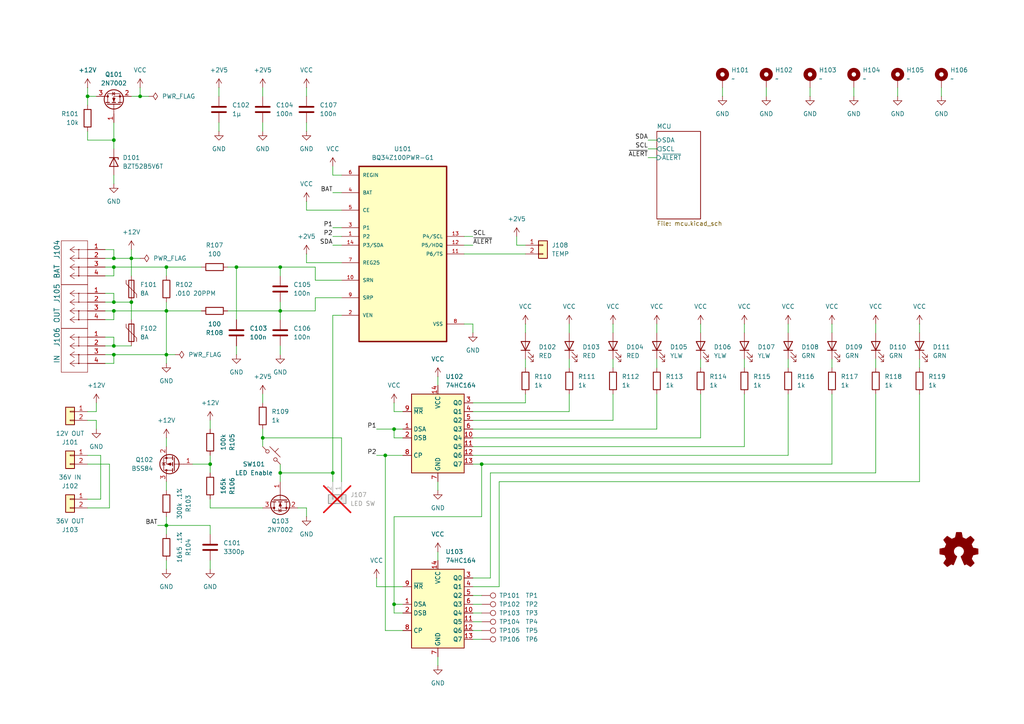
<source format=kicad_sch>
(kicad_sch (version 20231120) (generator "eeschema") (generator_version "8.0")
  (paper "A4")
  (title_block (title "Akkupack NG") (date "2024-05-10") (rev "0.1") (company "Eurovibes Benedikt Spranger") (comment 1 "SPDX-License-Identifier: CERN-OHL-S-2.0") (comment 2 "https://ohwr.org/cern_ohl_s_v2.txt") (comment 3 "To view a copy of this license, visit") (comment 4 "This work is licensed under the CERN-OHL-S v2"))
  (junction (at 81.28 137.16))
  (junction (at 111.76 132.08))
  (junction (at 33.02 100.33))
  (junction (at 33.02 74.93))
  (junction (at 139.7 134.62))
  (junction (at 48.26 77.47))
  (junction (at 81.28 77.47))
  (junction (at 114.3 175.26))
  (junction (at 25.4 27.94))
  (junction (at 96.52 137.16))
  (junction (at 33.02 40.64))
  (junction (at 68.58 77.47))
  (junction (at 48.26 90.17))
  (junction (at 114.3 124.46))
  (junction (at 81.28 90.17))
  (junction (at 40.64 27.94))
  (junction (at 60.96 134.62))
  (junction (at 33.02 90.17))
  (junction (at 38.1 87.63))
  (junction (at 33.02 102.87))
  (junction (at 48.26 152.4))
  (junction (at 48.26 102.87))
  (junction (at 38.1 74.93))
  (junction (at 76.2 127))
  (junction (at 33.02 87.63))
  (junction (at 33.02 77.47))
  (wire (pts (xy 137.16 127) (xy 203.2 127)))
  (wire (pts (xy 96.52 68.58) (xy 99.06 68.58)))
  (wire (pts (xy 81.28 100.33) (xy 81.28 102.87)))
  (wire (pts (xy 33.02 97.79) (xy 33.02 100.33)))
  (wire (pts (xy 228.6 132.08) (xy 228.6 114.3)))
  (wire (pts (xy 38.1 74.93) (xy 38.1 80.01)))
  (wire (pts (xy 33.02 80.01) (xy 33.02 77.47)))
  (wire (pts (xy 29.21 144.78) (xy 25.4 144.78)))
  (wire (pts (xy 48.26 162.56) (xy 48.26 165.1)))
  (wire (pts (xy 33.02 92.71) (xy 33.02 90.17)))
  (wire (pts (xy 116.84 182.88) (xy 111.76 182.88)))
  (wire (pts (xy 137.16 132.08) (xy 228.6 132.08)))
  (wire (pts (xy 254 93.98) (xy 254 96.52)))
  (wire (pts (xy 134.62 71.12) (xy 137.16 71.12)))
  (wire (pts (xy 33.02 102.87) (xy 30.48 102.87)))
  (wire (pts (xy 137.16 182.88) (xy 139.7 182.88)))
  (wire (pts (xy 116.84 119.38) (xy 114.3 119.38)))
  (wire (pts (xy 241.3 134.62) (xy 139.7 134.62)))
  (wire (pts (xy 25.4 132.08) (xy 29.21 132.08)))
  (wire (pts (xy 40.64 27.94) (xy 43.18 27.94)))
  (wire (pts (xy 76.2 35.56) (xy 76.2 38.1)))
  (wire (pts (xy 48.26 102.87) (xy 50.8 102.87)))
  (wire (pts (xy 137.16 116.84) (xy 152.4 116.84)))
  (wire (pts (xy 76.2 127) (xy 76.2 129.54)))
  (wire (pts (xy 127 139.7) (xy 127 142.24)))
  (wire (pts (xy 33.02 85.09) (xy 33.02 87.63)))
  (wire (pts (xy 30.48 74.93) (xy 33.02 74.93)))
  (wire (pts (xy 109.22 132.08) (xy 111.76 132.08)))
  (wire (pts (xy 137.16 93.98) (xy 137.16 96.52)))
  (wire (pts (xy 241.3 104.14) (xy 241.3 106.68)))
  (wire (pts (xy 30.48 72.39) (xy 33.02 72.39)))
  (wire (pts (xy 139.7 149.86) (xy 114.3 149.86)))
  (wire (pts (xy 38.1 74.93) (xy 38.1 72.39)))
  (wire (pts (xy 68.58 77.47) (xy 68.58 92.71)))
  (wire (pts (xy 81.28 137.16) (xy 81.28 139.7)))
  (wire (pts (xy 203.2 104.14) (xy 203.2 106.68)))
  (wire (pts (xy 96.52 91.44) (xy 99.06 91.44)))
  (wire (pts (xy 137.16 134.62) (xy 139.7 134.62)))
  (wire (pts (xy 142.24 167.64) (xy 142.24 137.16)))
  (wire (pts (xy 273.05 25.4) (xy 273.05 27.94)))
  (wire (pts (xy 187.96 45.72) (xy 190.5 45.72)))
  (wire (pts (xy 137.16 119.38) (xy 165.1 119.38)))
  (wire (pts (xy 109.22 124.46) (xy 114.3 124.46)))
  (wire (pts (xy 31.75 134.62) (xy 31.75 147.32)))
  (wire (pts (xy 33.02 105.41) (xy 33.02 102.87)))
  (wire (pts (xy 30.48 85.09) (xy 33.02 85.09)))
  (wire (pts (xy 114.3 127) (xy 116.84 127)))
  (wire (pts (xy 25.4 27.94) (xy 25.4 30.48)))
  (wire (pts (xy 203.2 127) (xy 203.2 114.3)))
  (wire (pts (xy 139.7 134.62) (xy 139.7 149.86)))
  (wire (pts (xy 134.62 73.66) (xy 152.4 73.66)))
  (wire (pts (xy 60.96 121.92) (xy 60.96 124.46)))
  (wire (pts (xy 48.26 77.47) (xy 48.26 80.01)))
  (wire (pts (xy 127 109.22) (xy 127 111.76)))
  (wire (pts (xy 25.4 40.64) (xy 33.02 40.64)))
  (wire (pts (xy 25.4 27.94) (xy 25.4 25.4)))
  (wire (pts (xy 137.16 124.46) (xy 190.5 124.46)))
  (wire (pts (xy 25.4 147.32) (xy 31.75 147.32)))
  (wire (pts (xy 63.5 35.56) (xy 63.5 38.1)))
  (wire (pts (xy 144.78 170.18) (xy 144.78 139.7)))
  (wire (pts (xy 149.86 71.12) (xy 149.86 68.58)))
  (wire (pts (xy 99.06 60.96) (xy 88.9 60.96)))
  (wire (pts (xy 96.52 71.12) (xy 99.06 71.12)))
  (wire (pts (xy 68.58 100.33) (xy 68.58 102.87)))
  (wire (pts (xy 60.96 152.4) (xy 48.26 152.4)))
  (wire (pts (xy 152.4 116.84) (xy 152.4 114.3)))
  (wire (pts (xy 228.6 93.98) (xy 228.6 96.52)))
  (wire (pts (xy 99.06 127) (xy 99.06 139.7)))
  (wire (pts (xy 109.22 170.18) (xy 109.22 167.64)))
  (wire (pts (xy 48.26 102.87) (xy 33.02 102.87)))
  (wire (pts (xy 96.52 137.16) (xy 81.28 137.16)))
  (wire (pts (xy 91.44 86.36) (xy 91.44 90.17)))
  (wire (pts (xy 27.94 27.94) (xy 25.4 27.94)))
  (wire (pts (xy 76.2 25.4) (xy 76.2 27.94)))
  (wire (pts (xy 45.72 152.4) (xy 48.26 152.4)))
  (wire (pts (xy 91.44 81.28) (xy 99.06 81.28)))
  (wire (pts (xy 88.9 147.32) (xy 88.9 149.86)))
  (wire (pts (xy 68.58 77.47) (xy 81.28 77.47)))
  (wire (pts (xy 25.4 38.1) (xy 25.4 40.64)))
  (wire (pts (xy 63.5 25.4) (xy 63.5 27.94)))
  (wire (pts (xy 152.4 93.98) (xy 152.4 96.52)))
  (wire (pts (xy 114.3 149.86) (xy 114.3 175.26)))
  (wire (pts (xy 222.25 25.4) (xy 222.25 27.94)))
  (wire (pts (xy 137.16 121.92) (xy 177.8 121.92)))
  (wire (pts (xy 48.26 87.63) (xy 48.26 90.17)))
  (wire (pts (xy 48.26 90.17) (xy 58.42 90.17)))
  (wire (pts (xy 99.06 50.8) (xy 96.52 50.8)))
  (wire (pts (xy 137.16 170.18) (xy 144.78 170.18)))
  (wire (pts (xy 48.26 152.4) (xy 48.26 154.94)))
  (wire (pts (xy 48.26 90.17) (xy 48.26 102.87)))
  (wire (pts (xy 134.62 68.58) (xy 137.16 68.58)))
  (wire (pts (xy 88.9 25.4) (xy 88.9 27.94)))
  (wire (pts (xy 81.28 77.47) (xy 81.28 80.01)))
  (wire (pts (xy 29.21 132.08) (xy 29.21 144.78)))
  (wire (pts (xy 190.5 124.46) (xy 190.5 114.3)))
  (wire (pts (xy 266.7 93.98) (xy 266.7 96.52)))
  (wire (pts (xy 99.06 76.2) (xy 88.9 76.2)))
  (wire (pts (xy 27.94 119.38) (xy 27.94 116.84)))
  (wire (pts (xy 30.48 97.79) (xy 33.02 97.79)))
  (wire (pts (xy 76.2 124.46) (xy 76.2 127)))
  (wire (pts (xy 114.3 175.26) (xy 114.3 177.8)))
  (wire (pts (xy 114.3 177.8) (xy 116.84 177.8)))
  (wire (pts (xy 48.26 149.86) (xy 48.26 152.4)))
  (wire (pts (xy 38.1 87.63) (xy 38.1 92.71)))
  (wire (pts (xy 96.52 137.16) (xy 96.52 139.7)))
  (wire (pts (xy 25.4 119.38) (xy 27.94 119.38)))
  (wire (pts (xy 137.16 177.8) (xy 139.7 177.8)))
  (wire (pts (xy 33.02 77.47) (xy 48.26 77.47)))
  (wire (pts (xy 38.1 74.93) (xy 40.64 74.93)))
  (wire (pts (xy 266.7 139.7) (xy 266.7 114.3)))
  (wire (pts (xy 114.3 119.38) (xy 114.3 116.84)))
  (wire (pts (xy 66.04 77.47) (xy 68.58 77.47)))
  (wire (pts (xy 137.16 180.34) (xy 139.7 180.34)))
  (wire (pts (xy 81.28 87.63) (xy 81.28 90.17)))
  (wire (pts (xy 111.76 182.88) (xy 111.76 132.08)))
  (wire (pts (xy 127 190.5) (xy 127 193.04)))
  (wire (pts (xy 86.36 147.32) (xy 88.9 147.32)))
  (wire (pts (xy 260.35 25.4) (xy 260.35 27.94)))
  (wire (pts (xy 152.4 104.14) (xy 152.4 106.68)))
  (wire (pts (xy 215.9 93.98) (xy 215.9 96.52)))
  (wire (pts (xy 187.96 40.64) (xy 190.5 40.64)))
  (wire (pts (xy 215.9 104.14) (xy 215.9 106.68)))
  (wire (pts (xy 266.7 104.14) (xy 266.7 106.68)))
  (wire (pts (xy 33.02 35.56) (xy 33.02 40.64)))
  (wire (pts (xy 152.4 71.12) (xy 149.86 71.12)))
  (wire (pts (xy 27.94 121.92) (xy 27.94 124.46)))
  (wire (pts (xy 116.84 124.46) (xy 114.3 124.46)))
  (wire (pts (xy 116.84 170.18) (xy 109.22 170.18)))
  (wire (pts (xy 114.3 124.46) (xy 114.3 127)))
  (wire (pts (xy 33.02 87.63) (xy 38.1 87.63)))
  (wire (pts (xy 60.96 147.32) (xy 76.2 147.32)))
  (wire (pts (xy 30.48 92.71) (xy 33.02 92.71)))
  (wire (pts (xy 76.2 114.3) (xy 76.2 116.84)))
  (wire (pts (xy 81.28 134.62) (xy 81.28 137.16)))
  (wire (pts (xy 165.1 104.14) (xy 165.1 106.68)))
  (wire (pts (xy 60.96 132.08) (xy 60.96 134.62)))
  (wire (pts (xy 60.96 144.78) (xy 60.96 147.32)))
  (wire (pts (xy 30.48 105.41) (xy 33.02 105.41)))
  (wire (pts (xy 48.26 102.87) (xy 48.26 105.41)))
  (wire (pts (xy 142.24 137.16) (xy 254 137.16)))
  (wire (pts (xy 40.64 27.94) (xy 40.64 25.4)))
  (wire (pts (xy 241.3 93.98) (xy 241.3 96.52)))
  (wire (pts (xy 177.8 121.92) (xy 177.8 114.3)))
  (wire (pts (xy 33.02 72.39) (xy 33.02 74.93)))
  (wire (pts (xy 88.9 35.56) (xy 88.9 38.1)))
  (wire (pts (xy 234.95 25.4) (xy 234.95 27.94)))
  (wire (pts (xy 228.6 104.14) (xy 228.6 106.68)))
  (wire (pts (xy 96.52 55.88) (xy 99.06 55.88)))
  (wire (pts (xy 91.44 81.28) (xy 91.44 77.47)))
  (wire (pts (xy 116.84 175.26) (xy 114.3 175.26)))
  (wire (pts (xy 96.52 91.44) (xy 96.52 137.16)))
  (wire (pts (xy 81.28 77.47) (xy 91.44 77.47)))
  (wire (pts (xy 66.04 90.17) (xy 81.28 90.17)))
  (wire (pts (xy 96.52 50.8) (xy 96.52 48.26)))
  (wire (pts (xy 38.1 27.94) (xy 40.64 27.94)))
  (wire (pts (xy 177.8 104.14) (xy 177.8 106.68)))
  (wire (pts (xy 48.26 77.47) (xy 58.42 77.47)))
  (wire (pts (xy 60.96 154.94) (xy 60.96 152.4)))
  (wire (pts (xy 203.2 93.98) (xy 203.2 96.52)))
  (wire (pts (xy 30.48 77.47) (xy 33.02 77.47)))
  (wire (pts (xy 137.16 129.54) (xy 215.9 129.54)))
  (wire (pts (xy 30.48 100.33) (xy 33.02 100.33)))
  (wire (pts (xy 91.44 86.36) (xy 99.06 86.36)))
  (wire (pts (xy 137.16 175.26) (xy 139.7 175.26)))
  (wire (pts (xy 55.88 134.62) (xy 60.96 134.62)))
  (wire (pts (xy 137.16 185.42) (xy 139.7 185.42)))
  (wire (pts (xy 48.26 139.7) (xy 48.26 142.24)))
  (wire (pts (xy 33.02 90.17) (xy 48.26 90.17)))
  (wire (pts (xy 190.5 93.98) (xy 190.5 96.52)))
  (wire (pts (xy 187.96 43.18) (xy 190.5 43.18)))
  (wire (pts (xy 25.4 134.62) (xy 31.75 134.62)))
  (wire (pts (xy 165.1 93.98) (xy 165.1 96.52)))
  (wire (pts (xy 215.9 129.54) (xy 215.9 114.3)))
  (wire (pts (xy 127 160.02) (xy 127 162.56)))
  (wire (pts (xy 33.02 40.64) (xy 33.02 43.18)))
  (wire (pts (xy 137.16 172.72) (xy 139.7 172.72)))
  (wire (pts (xy 144.78 139.7) (xy 266.7 139.7)))
  (wire (pts (xy 60.96 162.56) (xy 60.96 165.1)))
  (wire (pts (xy 88.9 76.2) (xy 88.9 73.66)))
  (wire (pts (xy 134.62 93.98) (xy 137.16 93.98)))
  (wire (pts (xy 33.02 50.8) (xy 33.02 53.34)))
  (wire (pts (xy 48.26 127) (xy 48.26 129.54)))
  (wire (pts (xy 96.52 66.04) (xy 99.06 66.04)))
  (wire (pts (xy 111.76 132.08) (xy 116.84 132.08)))
  (wire (pts (xy 30.48 90.17) (xy 33.02 90.17)))
  (wire (pts (xy 137.16 167.64) (xy 142.24 167.64)))
  (wire (pts (xy 81.28 90.17) (xy 91.44 90.17)))
  (wire (pts (xy 177.8 93.98) (xy 177.8 96.52)))
  (wire (pts (xy 33.02 100.33) (xy 38.1 100.33)))
  (wire (pts (xy 88.9 60.96) (xy 88.9 58.42)))
  (wire (pts (xy 241.3 114.3) (xy 241.3 134.62)))
  (wire (pts (xy 165.1 119.38) (xy 165.1 114.3)))
  (wire (pts (xy 190.5 104.14) (xy 190.5 106.68)))
  (wire (pts (xy 33.02 74.93) (xy 38.1 74.93)))
  (wire (pts (xy 254 137.16) (xy 254 114.3)))
  (wire (pts (xy 30.48 87.63) (xy 33.02 87.63)))
  (wire (pts (xy 209.55 25.4) (xy 209.55 27.94)))
  (wire (pts (xy 60.96 134.62) (xy 60.96 137.16)))
  (wire (pts (xy 254 104.14) (xy 254 106.68)))
  (wire (pts (xy 30.48 80.01) (xy 33.02 80.01)))
  (wire (pts (xy 99.06 127) (xy 76.2 127)))
  (wire (pts (xy 247.65 25.4) (xy 247.65 27.94)))
  (wire (pts (xy 25.4 121.92) (xy 27.94 121.92)))
  (wire (pts (xy 81.28 90.17) (xy 81.28 92.71)))
  (label "SDA" (at 187.96 40.64 180))
  (label "P1" (at 109.22 124.46 180))
  (label "BAT" (at 96.52 55.88 180))
  (label "P1" (at 96.52 66.04 180))
  (label "SDA" (at 96.52 71.12 180))
  (label "~{ALERT}" (at 187.96 45.72 180))
  (label "SCL" (at 137.16 68.58 0))
  (label "SCL" (at 187.96 43.18 180))
  (label "P2" (at 96.52 68.58 180))
  (label "BAT" (at 45.72 152.4 180))
  (label "~{ALERT}" (at 137.16 71.12 0))
  (label "P2" (at 109.22 132.08 180))
  (symbol (lib_id "power:PWR_FLAG") (at 40.64 74.93 270) (unit 1)
    (property "Reference" "#FLG0101" (effects (hide yes)))
    (property "Value" "PWR_FLAG" (at 44.45 74.9299 90) (effects (justify left)))
    (property "Description" "Special symbol for telling ERC where power comes from" (effects (hide yes)))
  )
  (symbol (lib_id "power:VCC") (at 96.52 48.26 0) (unit 1)
    (property "Reference" "#PWR0124" (effects (hide yes)))
    (property "Value" "VCC" (at 96.52 43.18 0))
    (property "Description" "Power symbol creates a global label with name \"VCC\"" (effects (hide yes)))
  )
  (symbol (lib_id "power:VCC") (at 114.3 116.84 0) (unit 1)
    (property "Reference" "#PWR0126" (effects (hide yes)))
    (property "Value" "VCC" (at 114.3 111.76 0))
    (property "Description" "Power symbol creates a global label with name \"VCC\"" (effects (hide yes)))
  )
  (symbol (lib_id "Device:R") (at 152.4 110.49 0) (unit 1)
    (property "Reference" "R110" (at 154.94 109.2199 0) (effects (justify left)))
    (property "Value" "1k" (at 154.94 111.7599 0) (effects (justify left)))
    (property "Footprint" "Resistor_SMD:R_0402_1005Metric" (effects (hide yes)))
    (property "Description" "Resistor" (effects (hide yes)))
    (property "Source" "JLCPCB" (effects (hide yes)))
    (property "assemble" "y" (effects (hide yes)))
    (property "lcsc#" "C11702" (effects (hide yes)))
    (property "Long Description" "62.5mW Thick Film Resistors 50V ±100ppm/℃ ±1% 1kΩ 0402 Chip Resistor - Surface Mount ROHS" (effects (hide yes)))
    (property "SupplLink" "https://jlcpcb.com/partdetail/12256-0402WGF1001TCE/C11702" (effects (hide yes)))
    (property "MF" "UNI-ROYAL(Uniroyal Elec)" (effects (hide yes)))
    (property "MP" "0402WGF1001TCE" (effects (hide yes)))
  )
  (symbol (lib_id "Connector:TestPoint") (at 139.7 185.42 270) (unit 1)
    (property "Reference" "TP106" (at 144.78 185.42 90) (effects (justify left)))
    (property "Value" "TP6" (at 152.4 185.42 90) (effects (justify left)))
    (property "Footprint" "TestPoint:TestPoint_Pad_D1.0mm" (effects (hide yes)))
    (property "Description" "test point" (effects (hide yes)))
    (property "Source" "--" (effects (hide yes)))
    (property "assemble" "n" (effects (hide yes)))
    (property "MF" "N/A" (effects (hide yes)))
    (property "MP" "N/A" (effects (hide yes)))
  )
  (symbol (lib_id "power:VCC") (at 152.4 93.98 0) (unit 1)
    (property "Reference" "#PWR0133" (effects (hide yes)))
    (property "Value" "VCC" (at 152.4 88.9 0))
    (property "Description" "Power symbol creates a global label with name \"VCC\"" (effects (hide yes)))
  )
  (symbol (lib_id "Connector_Generic:Conn_01x02") (at 99.06 144.78 270) (unit 1) (dnp yes)
    (property "Reference" "J107" (at 101.6 143.5099 90) (effects (justify left)))
    (property "Value" "LED SW" (at 101.6 146.0499 90) (effects (justify left)))
    (property "Footprint" "Connector_JST:JST_XH_B2B-XH-A_1x02_P2.50mm_Vertical" (effects (hide yes)))
    (property "Description" "Generic connector, single row, 01x02, script generated (kicad-library-utils/schlib/autogen/connector/)" (effects (hide yes)))
    (property "assemble" "n" (effects (hide yes)))
    (property "Long Description" "CONN HEADER VERT 2POS 2.5MM" (effects (hide yes)))
    (property "MF" "JST Sales America Inc." (effects (hide yes)))
    (property "MP" "B2B-XH-A" (effects (hide yes)))
    (property "Source" "Digikey" (effects (hide yes)))
    (property "SupplLink" "https://www.digikey.de/de/products/detail/jst-sales-america-inc/B2B-XH-A/1651045" (effects (hide yes)))
    (property "digikey#" "455-B2B-XH-A-ND" (effects (hide yes)))
  )
  (symbol (lib_id "power:+2V5") (at 76.2 114.3 0) (unit 1)
    (property "Reference" "#PWR0117" (effects (hide yes)))
    (property "Value" "+2V5" (at 76.2 109.22 0))
    (property "Description" "Power symbol creates a global label with name \"+2V5\"" (effects (hide yes)))
  )
  (symbol (lib_id "Connector:TestPoint") (at 139.7 177.8 270) (unit 1)
    (property "Reference" "TP103" (at 144.78 177.8 90) (effects (justify left)))
    (property "Value" "TP3" (at 152.4 177.8 90) (effects (justify left)))
    (property "Footprint" "TestPoint:TestPoint_Pad_D1.0mm" (effects (hide yes)))
    (property "Description" "test point" (effects (hide yes)))
    (property "Source" "--" (effects (hide yes)))
    (property "assemble" "n" (effects (hide yes)))
    (property "MF" "N/A" (effects (hide yes)))
    (property "MP" "N/A" (effects (hide yes)))
  )
  (symbol (lib_id "power:+12V") (at 38.1 72.39 0) (unit 1)
    (property "Reference" "#PWR0105" (effects (hide yes)))
    (property "Value" "+12V" (at 38.1 67.31 0))
    (property "Description" "Power symbol creates a global label with name \"+12V\"" (effects (hide yes)))
  )
  (symbol (lib_id "Connector:TestPoint") (at 139.7 172.72 270) (unit 1)
    (property "Reference" "TP101" (at 144.78 172.72 90) (effects (justify left)))
    (property "Value" "TP1" (at 152.4 172.72 90) (effects (justify left)))
    (property "Footprint" "TestPoint:TestPoint_Pad_D1.0mm" (effects (hide yes)))
    (property "Description" "test point" (effects (hide yes)))
    (property "Source" "--" (effects (hide yes)))
    (property "assemble" "n" (effects (hide yes)))
    (property "MF" "N/A" (effects (hide yes)))
    (property "MP" "N/A" (effects (hide yes)))
  )
  (symbol (lib_id "Device:LED") (at 177.8 100.33 90) (unit 1)
    (property "Reference" "D104" (at 181.61 100.6474 90) (effects (justify right)))
    (property "Value" "RED" (at 181.61 103.1874 90) (effects (justify right)))
    (property "Footprint" "LED_SMD:LED_0603_1608Metric" (effects (hide yes)))
    (property "Description" "Light emitting diode" (effects (hide yes)))
    (property "Source" "JLCPCB" (effects (hide yes)))
    (property "assemble" "y" (effects (hide yes)))
    (property "lcsc#" "C7371906" (effects (hide yes)))
    (property "Long Description" "90mcd Red 615nm~630nm Upright, surface-mount Red 120° 75mW 0603 Light Emitting Diodes (LED) ROHS" (effects (hide yes)))
    (property "SupplLink" "https://jlcpcb.com/partdetail/Xinglight-XL_1608VRC06/C7371906" (effects (hide yes)))
    (property "MF" "XINGLIGHT" (effects (hide yes)))
    (property "MP" "XL-1608VRC-06" (effects (hide yes)))
  )
  (symbol (lib_id "Device:R") (at 241.3 110.49 0) (unit 1)
    (property "Reference" "R117" (at 243.84 109.2199 0) (effects (justify left)))
    (property "Value" "1k" (at 243.84 111.7599 0) (effects (justify left)))
    (property "Footprint" "Resistor_SMD:R_0402_1005Metric" (effects (hide yes)))
    (property "Description" "Resistor" (effects (hide yes)))
    (property "Source" "JLCPCB" (effects (hide yes)))
    (property "assemble" "y" (effects (hide yes)))
    (property "lcsc#" "C11702" (effects (hide yes)))
    (property "Long Description" "62.5mW Thick Film Resistors 50V ±100ppm/℃ ±1% 1kΩ 0402 Chip Resistor - Surface Mount ROHS" (effects (hide yes)))
    (property "SupplLink" "https://jlcpcb.com/partdetail/12256-0402WGF1001TCE/C11702" (effects (hide yes)))
    (property "MF" "UNI-ROYAL(Uniroyal Elec)" (effects (hide yes)))
    (property "MP" "0402WGF1001TCE" (effects (hide yes)))
  )
  (symbol (lib_id "power:VCC") (at 177.8 93.98 0) (unit 1)
    (property "Reference" "#PWR0135" (effects (hide yes)))
    (property "Value" "VCC" (at 177.8 88.9 0))
    (property "Description" "Power symbol creates a global label with name \"VCC\"" (effects (hide yes)))
  )
  (symbol (lib_id "Device:LED") (at 266.7 100.33 90) (unit 1)
    (property "Reference" "D111" (at 270.51 100.6474 90) (effects (justify right)))
    (property "Value" "GRN" (at 270.51 103.1874 90) (effects (justify right)))
    (property "Footprint" "LED_SMD:LED_0603_1608Metric" (effects (hide yes)))
    (property "Description" "Light emitting diode" (effects (hide yes)))
    (property "Source" "JLCPCB" (effects (hide yes)))
    (property "assemble" "y" (effects (hide yes)))
    (property "lcsc#" "C965804" (effects (hide yes)))
    (property "Long Description" "25mA 无色透明透镜 独立二极管 516nm~525nm -30℃~+85℃ Positive post Emerald 120° 80mW 0603 Light Emitting Diodes (LED) ROHS" (effects (hide yes)))
    (property "SupplLink" "https://jlcpcb.com/partdetail/Xinglight-XL_1608UGC04/C965804" (effects (hide yes)))
    (property "MF" "XINGLIGHT" (effects (hide yes)))
    (property "MP" "XL-1608UGC-04" (effects (hide yes)))
  )
  (symbol (lib_id "Device:R") (at 177.8 110.49 0) (unit 1)
    (property "Reference" "R112" (at 180.34 109.2199 0) (effects (justify left)))
    (property "Value" "1k" (at 180.34 111.7599 0) (effects (justify left)))
    (property "Footprint" "Resistor_SMD:R_0402_1005Metric" (effects (hide yes)))
    (property "Description" "Resistor" (effects (hide yes)))
    (property "Source" "JLCPCB" (effects (hide yes)))
    (property "assemble" "y" (effects (hide yes)))
    (property "lcsc#" "C11702" (effects (hide yes)))
    (property "Long Description" "62.5mW Thick Film Resistors 50V ±100ppm/℃ ±1% 1kΩ 0402 Chip Resistor - Surface Mount ROHS" (effects (hide yes)))
    (property "SupplLink" "https://jlcpcb.com/partdetail/12256-0402WGF1001TCE/C11702" (effects (hide yes)))
    (property "MF" "UNI-ROYAL(Uniroyal Elec)" (effects (hide yes)))
    (property "MP" "0402WGF1001TCE" (effects (hide yes)))
  )
  (symbol (lib_id "power:VCC") (at 215.9 93.98 0) (unit 1)
    (property "Reference" "#PWR0139" (effects (hide yes)))
    (property "Value" "VCC" (at 215.9 88.9 0))
    (property "Description" "Power symbol creates a global label with name \"VCC\"" (effects (hide yes)))
  )
  (symbol (lib_id "745-302:745-302") (at 30.48 97.79 0) (mirror y) (unit 1)
    (property "Reference" "J106" (at 16.51 97.79 90) (effects (font (size 1.524 1.524))))
    (property "Value" "IN" (at 16.51 104.14 90) (effects (font (size 1.524 1.524))))
    (property "Footprint" "footprint:745-302_WAGO" (effects (hide yes)))
    (property "Datasheet" "745-302" (effects (hide yes)))
    (property "Long Description" "PCB TERMINAL BLOCK; 6 MM; PIN SP" (effects (hide yes)))
    (property "MF" "WAGO Corporation" (effects (hide yes)))
    (property "MP" "745-302" (effects (hide yes)))
    (property "Source" "Digikey" (effects (hide yes)))
    (property "SupplLink" "https://www.digikey.de/de/products/detail/wago-corporation/745-302/15557017" (effects (hide yes)))
    (property "assemble" "n" (effects (hide yes)))
    (property "digikey#" "2946-745-302-ND" (effects (hide yes)))
  )
  (symbol (lib_id "745-302:745-302") (at 30.48 85.09 0) (mirror y) (unit 1)
    (property "Reference" "J105" (at 16.51 85.09 90) (effects (font (size 1.524 1.524))))
    (property "Value" "OUT" (at 16.51 91.44 90) (effects (font (size 1.524 1.524))))
    (property "Footprint" "footprint:745-302_WAGO" (effects (hide yes)))
    (property "Datasheet" "745-302" (effects (hide yes)))
    (property "Long Description" "PCB TERMINAL BLOCK; 6 MM; PIN SP" (effects (hide yes)))
    (property "MF" "WAGO Corporation" (effects (hide yes)))
    (property "MP" "745-302" (effects (hide yes)))
    (property "Source" "Digikey" (effects (hide yes)))
    (property "SupplLink" "https://www.digikey.de/de/products/detail/wago-corporation/745-302/15557017" (effects (hide yes)))
    (property "assemble" "n" (effects (hide yes)))
    (property "digikey#" "2946-745-302-ND" (effects (hide yes)))
  )
  (symbol (lib_id "Device:LED") (at 190.5 100.33 90) (unit 1)
    (property "Reference" "D105" (at 194.31 100.6474 90) (effects (justify right)))
    (property "Value" "YLW" (at 194.31 103.1874 90) (effects (justify right)))
    (property "Footprint" "LED_SMD:LED_0603_1608Metric" (effects (hide yes)))
    (property "Description" "Light emitting diode" (effects (hide yes)))
    (property "Source" "JLCPCB" (effects (hide yes)))
    (property "assemble" "y" (effects (hide yes)))
    (property "lcsc#" "C965803" (effects (hide yes)))
    (property "Long Description" "25mA 无色透明透镜 -30℃~+85℃ 589nm~591nm Positive post Yellow 120° 55mW 0603 Light Emitting Diodes (LED) ROHS" (effects (hide yes)))
    (property "SupplLink" "https://jlcpcb.com/partdetail/Xinglight-XL_1608UYC04/C965803" (effects (hide yes)))
    (property "MF" "XINGLIGHT" (effects (hide yes)))
    (property "MP" "XL-1608UYC-04" (effects (hide yes)))
  )
  (symbol (lib_id "power:VCC") (at 127 109.22 0) (unit 1)
    (property "Reference" "#PWR0127" (effects (hide yes)))
    (property "Value" "VCC" (at 127 104.14 0))
    (property "Description" "Power symbol creates a global label with name \"VCC\"" (effects (hide yes)))
  )
  (symbol (lib_id "74xx:74HC164") (at 127 124.46 0) (unit 1)
    (property "Reference" "U102" (at 129.1941 109.22 0) (effects (justify left)))
    (property "Value" "74HC164" (at 129.1941 111.76 0) (effects (justify left)))
    (property "Footprint" "Package_SO:TSSOP-14_4.4x5mm_P0.65mm" (effects (hide yes)))
    (property "Datasheet" "https://assets.nexperia.com/documents/data-sheet/74HC_HCT164.pdf" (effects (hide yes)))
    (property "Description" "8-bit serial-in parallel-out shift register" (effects (hide yes)))
    (property "Source" "JLCPCB" (effects (hide yes)))
    (property "assemble" "y" (effects (hide yes)))
    (property "lcsc#" "C406867" (effects (hide yes)))
    (property "Long Description" "8 2V~6V 1 Serialtoparallel TSSOP-14 Shifting Register ROHS" (effects (hide yes)))
    (property "SupplLink" "https://jlcpcb.com/partdetail/TexasInstruments-SN74HC164PWR/C406867" (effects (hide yes)))
    (property "MF" "Texas Instruments" (effects (hide yes)))
    (property "MP" "SN74HC164PWR" (effects (hide yes)))
  )
  (symbol (lib_id "power:GND") (at 33.02 53.34 0) (unit 1)
    (property "Reference" "#PWR0104" (effects (hide yes)))
    (property "Value" "GND" (at 33.02 58.42 0))
    (property "Description" "Power symbol creates a global label with name \"GND\" , ground" (effects (hide yes)))
  )
  (symbol (lib_id "Device:C") (at 81.28 96.52 0) (unit 1)
    (property "Reference" "C106" (at 85.09 95.2499 0) (effects (justify left)))
    (property "Value" "100n" (at 85.09 97.7899 0) (effects (justify left)))
    (property "Footprint" "Capacitor_SMD:C_0402_1005Metric" (effects (hide yes)))
    (property "Description" "Unpolarized capacitor" (effects (hide yes)))
    (property "Source" "JLCPCB" (effects (hide yes)))
    (property "assemble" "y" (effects (hide yes)))
    (property "lcsc#" "C307331" (effects (hide yes)))
    (property "Long Description" "50V 100nF X7R ±10% 0402 Multilayer Ceramic Capacitors MLCC - SMD/SMT ROHS" (effects (hide yes)))
    (property "SupplLink" "https://jlcpcb.com/partdetail/291005-CL05B104KB54PNC/C307331" (effects (hide yes)))
    (property "MF" "Samsung Electro-Mechanics" (effects (hide yes)))
    (property "MP" "CL05B104KB54PNC" (effects (hide yes)))
  )
  (symbol (lib_id "74xx:74HC164") (at 127 175.26 0) (unit 1)
    (property "Reference" "U103" (at 129.1941 160.02 0) (effects (justify left)))
    (property "Value" "74HC164" (at 129.1941 162.56 0) (effects (justify left)))
    (property "Footprint" "Package_SO:TSSOP-14_4.4x5mm_P0.65mm" (effects (hide yes)))
    (property "Datasheet" "https://assets.nexperia.com/documents/data-sheet/74HC_HCT164.pdf" (effects (hide yes)))
    (property "Description" "8-bit serial-in parallel-out shift register" (effects (hide yes)))
    (property "Source" "JLCPCB" (effects (hide yes)))
    (property "assemble" "y" (effects (hide yes)))
    (property "lcsc#" "C406867" (effects (hide yes)))
    (property "Long Description" "8 2V~6V 1 Serialtoparallel TSSOP-14 Shifting Register ROHS" (effects (hide yes)))
    (property "SupplLink" "https://jlcpcb.com/partdetail/TexasInstruments-SN74HC164PWR/C406867" (effects (hide yes)))
    (property "MF" "Texas Instruments" (effects (hide yes)))
    (property "MP" "SN74HC164PWR" (effects (hide yes)))
  )
  (symbol (lib_id "Device:R") (at 190.5 110.49 0) (unit 1)
    (property "Reference" "R113" (at 193.04 109.2199 0) (effects (justify left)))
    (property "Value" "1k" (at 193.04 111.7599 0) (effects (justify left)))
    (property "Footprint" "Resistor_SMD:R_0402_1005Metric" (effects (hide yes)))
    (property "Description" "Resistor" (effects (hide yes)))
    (property "Source" "JLCPCB" (effects (hide yes)))
    (property "assemble" "y" (effects (hide yes)))
    (property "lcsc#" "C11702" (effects (hide yes)))
    (property "Long Description" "62.5mW Thick Film Resistors 50V ±100ppm/℃ ±1% 1kΩ 0402 Chip Resistor - Surface Mount ROHS" (effects (hide yes)))
    (property "SupplLink" "https://jlcpcb.com/partdetail/12256-0402WGF1001TCE/C11702" (effects (hide yes)))
    (property "MF" "UNI-ROYAL(Uniroyal Elec)" (effects (hide yes)))
    (property "MP" "0402WGF1001TCE" (effects (hide yes)))
  )
  (symbol (lib_id "power:GND") (at 88.9 149.86 0) (mirror y) (unit 1)
    (property "Reference" "#PWR0123" (effects (hide yes)))
    (property "Value" "GND" (at 88.9 154.94 0))
    (property "Description" "Power symbol creates a global label with name \"GND\" , ground" (effects (hide yes)))
  )
  (symbol (lib_id "Transistor_FET:BSS84") (at 50.8 134.62 180) (unit 1)
    (property "Reference" "Q102" (at 44.45 133.3499 0) (effects (justify left)))
    (property "Value" "BSS84" (at 44.45 135.8899 0) (effects (justify left)))
    (property "Footprint" "Package_TO_SOT_SMD:SOT-23" (effects (hide yes)))
    (property "Datasheet" "http://assets.nexperia.com/documents/data-sheet/BSS84.pdf" (effects (hide yes)))
    (property "Description" "-0.13A Id, -50V Vds, P-Channel MOSFET, SOT-23" (effects (hide yes)))
    (property "Source" "JLCPCB" (effects (hide yes)))
    (property "assemble" "y" (effects (hide yes)))
    (property "lcsc#" "C427395" (effects (hide yes)))
    (property "Long Description" "50V 130mA 8Ω@10V 225mW 1.6V@250uA 1PCSPChannel SOT-23 MOSFETs ROHS" (effects (hide yes)))
    (property "SupplLink" "https://jlcpcb.com/partdetail/mdd_microdiode_electronics-BSS84/C427395" (effects (hide yes)))
    (property "MF" "MDD(Microdiode Electronics)" (effects (hide yes)))
    (property "MP" "BSS84" (effects (hide yes)))
  )
  (symbol (lib_id "Device:Polyfuse") (at 38.1 96.52 0) (unit 1)
    (property "Reference" "F102" (at 40.64 95.2499 0) (effects (justify left)))
    (property "Value" "8A" (at 40.64 97.7899 0) (effects (justify left)))
    (property "Footprint" "footprint:PTR016V0800" (effects (hide yes)))
    (property "Description" "Resettable fuse, polymeric positive temperature coefficient" (effects (hide yes)))
    (property "Source" "Digikey" (effects (hide yes)))
    (property "assemble" "n" (effects (hide yes)))
    (property "digikey#" "PTR016V0800-BK-ND" (effects (hide yes)))
    (property "tme#" "PTR016V0800-BK" (effects (hide yes)))
    (property "Long Description" "PTC Polymer; 8A; Imax: 100A; THT; PTR016V" (effects (hide yes)))
    (property "SupplLink" "https://www.tme.eu/de/details/ptr016v0800-bk/tht-polymersicherungen/eaton-bussmann/" (effects (hide yes)))
    (property "MF" "EATON/BUSSMANN" (effects (hide yes)))
    (property "MP" "PTR016V0800-BK" (effects (hide yes)))
  )
  (symbol (lib_id "Connector_Generic:Conn_01x02") (at 20.32 132.08 0) (mirror y) (unit 1)
    (property "Reference" "J102" (at 20.32 140.97 0))
    (property "Value" "36V IN" (at 20.32 138.43 0))
    (property "Footprint" "fixes:TerminalBlock_WAGO_236-402_1x02_P5.00mm_45Degree" (effects (hide yes)))
    (property "Description" "Generic connector, single row, 01x02, script generated (kicad-library-utils/schlib/autogen/connector/)" (effects (hide yes)))
    (property "Source" "Digikey" (effects (hide yes)))
    (property "assemble" "n" (effects (hide yes)))
    (property "digikey#" "2946-236-402-ND" (effects (hide yes)))
    (property "Long Description" "PCB TERMINAL BLOCK; 2.5 MM; PIN" (effects (hide yes)))
    (property "SupplLink" "https://www.digikey.de/de/products/detail/wago-corporation/236-402/15573417" (effects (hide yes)))
    (property "MF" "WAGO Corporation" (effects (hide yes)))
    (property "MP" "236-402" (effects (hide yes)))
  )
  (symbol (lib_id "power:GND") (at 137.16 96.52 0) (unit 1)
    (property "Reference" "#PWR0131" (effects (hide yes)))
    (property "Value" "GND" (at 137.16 101.6 0))
    (property "Description" "Power symbol creates a global label with name \"GND\" , ground" (effects (hide yes)))
  )
  (symbol (lib_id "Device:C") (at 68.58 96.52 0) (unit 1)
    (property "Reference" "C103" (at 72.39 95.2499 0) (effects (justify left)))
    (property "Value" "100n" (at 72.39 97.7899 0) (effects (justify left)))
    (property "Footprint" "Capacitor_SMD:C_0402_1005Metric" (effects (hide yes)))
    (property "Description" "Unpolarized capacitor" (effects (hide yes)))
    (property "Source" "JLCPCB" (effects (hide yes)))
    (property "assemble" "y" (effects (hide yes)))
    (property "lcsc#" "C307331" (effects (hide yes)))
    (property "Long Description" "50V 100nF X7R ±10% 0402 Multilayer Ceramic Capacitors MLCC - SMD/SMT ROHS" (effects (hide yes)))
    (property "SupplLink" "https://jlcpcb.com/partdetail/291005-CL05B104KB54PNC/C307331" (effects (hide yes)))
    (property "MF" "Samsung Electro-Mechanics" (effects (hide yes)))
    (property "MP" "CL05B104KB54PNC" (effects (hide yes)))
  )
  (symbol (lib_id "power:+12V") (at 25.4 25.4 0) (unit 1)
    (property "Reference" "#PWR0101" (effects (hide yes)))
    (property "Value" "+12V" (at 25.4 20.32 0))
    (property "Description" "Power symbol creates a global label with name \"+12V\"" (effects (hide yes)))
  )
  (symbol (lib_id "Device:C") (at 88.9 31.75 0) (unit 1)
    (property "Reference" "C107" (at 92.71 30.4799 0) (effects (justify left)))
    (property "Value" "100n" (at 92.71 33.0199 0) (effects (justify left)))
    (property "Footprint" "Capacitor_SMD:C_0402_1005Metric" (effects (hide yes)))
    (property "Description" "Unpolarized capacitor" (effects (hide yes)))
    (property "Source" "JLCPCB" (effects (hide yes)))
    (property "assemble" "y" (effects (hide yes)))
    (property "lcsc#" "C307331" (effects (hide yes)))
    (property "Long Description" "50V 100nF X7R ±10% 0402 Multilayer Ceramic Capacitors MLCC - SMD/SMT ROHS" (effects (hide yes)))
    (property "SupplLink" "https://jlcpcb.com/partdetail/291005-CL05B104KB54PNC/C307331" (effects (hide yes)))
    (property "MF" "Samsung Electro-Mechanics" (effects (hide yes)))
    (property "MP" "CL05B104KB54PNC" (effects (hide yes)))
  )
  (symbol (lib_id "Device:R") (at 48.26 83.82 0) (unit 1)
    (property "Reference" "R102" (at 50.8 82.5499 0) (effects (justify left)))
    (property "Value" ".010 20PPM" (at 50.8 85.0899 0) (effects (justify left)))
    (property "Footprint" "Resistor_SMD:R_2512_6332Metric" (effects (hide yes)))
    (property "Description" "Resistor" (effects (hide yes)))
    (property "Source" "JLCPCB" (effects (hide yes)))
    (property "assemble" "y" (effects (hide yes)))
    (property "lcsc#" "C466594" (effects (hide yes)))
    (property "Long Description" "4W 10mΩ Current Sensing Resistors ±20ppm/℃ ±1% 2512 Current Sense Resistors/Shunt Resistors ROHS" (effects (hide yes)))
    (property "SupplLink" "https://jlcpcb.com/partdetail/Isabellenhuette-VMS_R010_1_0U/C466594" (effects (hide yes)))
    (property "MF" "Isabellenhuette" (effects (hide yes)))
    (property "MP" "VMS-R010-1.0-U" (effects (hide yes)))
  )
  (symbol (lib_id "Connector_Generic:Conn_01x02") (at 157.48 71.12 0) (unit 1)
    (property "Reference" "J108" (at 160.02 71.1199 0) (effects (justify left)))
    (property "Value" "TEMP" (at 160.02 73.6599 0) (effects (justify left)))
    (property "Footprint" "fixes:TerminalBlock_WAGO_236-402_1x02_P5.00mm_45Degree" (effects (hide yes)))
    (property "Description" "Generic connector, single row, 01x02, script generated (kicad-library-utils/schlib/autogen/connector/)" (effects (hide yes)))
    (property "Source" "Digikey" (effects (hide yes)))
    (property "assemble" "n" (effects (hide yes)))
    (property "digikey#" "2946-236-402-ND" (effects (hide yes)))
    (property "Long Description" "PCB TERMINAL BLOCK; 2.5 MM; PIN" (effects (hide yes)))
    (property "SupplLink" "https://www.digikey.de/de/products/detail/wago-corporation/236-402/15573417" (effects (hide yes)))
    (property "MF" "WAGO Corporation" (effects (hide yes)))
    (property "MP" "236-402" (effects (hide yes)))
  )
  (symbol (lib_id "Device:C") (at 81.28 83.82 0) (unit 1)
    (property "Reference" "C105" (at 85.09 82.5499 0) (effects (justify left)))
    (property "Value" "100n" (at 85.09 85.0899 0) (effects (justify left)))
    (property "Footprint" "Capacitor_SMD:C_0402_1005Metric" (effects (hide yes)))
    (property "Description" "Unpolarized capacitor" (effects (hide yes)))
    (property "Source" "JLCPCB" (effects (hide yes)))
    (property "assemble" "y" (effects (hide yes)))
    (property "lcsc#" "C307331" (effects (hide yes)))
    (property "Long Description" "50V 100nF X7R ±10% 0402 Multilayer Ceramic Capacitors MLCC - SMD/SMT ROHS" (effects (hide yes)))
    (property "SupplLink" "https://jlcpcb.com/partdetail/291005-CL05B104KB54PNC/C307331" (effects (hide yes)))
    (property "MF" "Samsung Electro-Mechanics" (effects (hide yes)))
    (property "MP" "CL05B104KB54PNC" (effects (hide yes)))
  )
  (symbol (lib_id "Device:R") (at 48.26 146.05 0) (mirror x) (unit 1)
    (property "Reference" "R103" (at 54.61 146.05 90))
    (property "Value" "300k .1%" (at 52.07 146.05 90))
    (property "Footprint" "Resistor_SMD:R_0603_1608Metric" (effects (hide yes)))
    (property "Description" "Resistor" (effects (hide yes)))
    (property "Source" "JLCPCB" (effects (hide yes)))
    (property "assemble" "y" (effects (hide yes)))
    (property "lcsc#" "C335091" (effects (hide yes)))
    (property "Long Description" "100mW Thin Film Resistor 75V ±25ppm/℃ ±0.1% 300kΩ 0603 Chip Resistor - Surface Mount ROHS" (effects (hide yes)))
    (property "SupplLink" "https://jlcpcb.com/partdetail/VikingTech-ARG03BTC3003/C335091" (effects (hide yes)))
    (property "MF" "Viking Tech" (effects (hide yes)))
    (property "MP" "ARG03BTC3003" (effects (hide yes)))
  )
  (symbol (lib_id "Device:Polyfuse") (at 38.1 83.82 0) (unit 1)
    (property "Reference" "F101" (at 40.64 82.5499 0) (effects (justify left)))
    (property "Value" "8A" (at 40.64 85.0899 0) (effects (justify left)))
    (property "Footprint" "footprint:PTR016V0800" (effects (hide yes)))
    (property "Description" "Resettable fuse, polymeric positive temperature coefficient" (effects (hide yes)))
    (property "Source" "Digikey" (effects (hide yes)))
    (property "assemble" "n" (effects (hide yes)))
    (property "digikey#" "PTR016V0800-BK-ND" (effects (hide yes)))
    (property "tme#" "PTR016V0800-BK" (effects (hide yes)))
    (property "Long Description" "PTC Polymer; 8A; Imax: 100A; THT; PTR016V" (effects (hide yes)))
    (property "SupplLink" "https://www.tme.eu/de/details/ptr016v0800-bk/tht-polymersicherungen/eaton-bussmann/" (effects (hide yes)))
    (property "MF" "EATON/BUSSMANN" (effects (hide yes)))
    (property "MP" "PTR016V0800-BK" (effects (hide yes)))
  )
  (symbol (lib_id "power:VCC") (at 165.1 93.98 0) (unit 1)
    (property "Reference" "#PWR0134" (effects (hide yes)))
    (property "Value" "VCC" (at 165.1 88.9 0))
    (property "Description" "Power symbol creates a global label with name \"VCC\"" (effects (hide yes)))
  )
  (symbol (lib_id "745-302:745-302") (at 30.48 72.39 0) (mirror y) (unit 1)
    (property "Reference" "J104" (at 16.51 72.39 90) (effects (font (size 1.524 1.524))))
    (property "Value" "BAT" (at 16.51 78.74 90) (effects (font (size 1.524 1.524))))
    (property "Footprint" "footprint:745-302_WAGO" (effects (hide yes)))
    (property "Datasheet" "745-302" (effects (hide yes)))
    (property "Long Description" "PCB TERMINAL BLOCK; 6 MM; PIN SP" (effects (hide yes)))
    (property "MF" "WAGO Corporation" (effects (hide yes)))
    (property "MP" "745-302" (effects (hide yes)))
    (property "Source" "Digikey" (effects (hide yes)))
    (property "SupplLink" "https://www.digikey.de/de/products/detail/wago-corporation/745-302/15557017" (effects (hide yes)))
    (property "assemble" "n" (effects (hide yes)))
    (property "digikey#" "2946-745-302-ND" (effects (hide yes)))
  )
  (symbol (lib_id "power:VCC") (at 109.22 167.64 0) (unit 1)
    (property "Reference" "#PWR0125" (effects (hide yes)))
    (property "Value" "VCC" (at 109.22 162.56 0))
    (property "Description" "Power symbol creates a global label with name \"VCC\"" (effects (hide yes)))
  )
  (symbol (lib_id "Device:C") (at 63.5 31.75 0) (unit 1)
    (property "Reference" "C102" (at 67.31 30.4799 0) (effects (justify left)))
    (property "Value" "1µ" (at 67.31 33.0199 0) (effects (justify left)))
    (property "Footprint" "Capacitor_SMD:C_0402_1005Metric" (effects (hide yes)))
    (property "Description" "Unpolarized capacitor" (effects (hide yes)))
    (property "Source" "JLCPCB" (effects (hide yes)))
    (property "assemble" "y" (effects (hide yes)))
    (property "lcsc#" "C52923" (effects (hide yes)))
    (property "Long Description" "25V 1uF X5R ±10% 0402 Multilayer Ceramic Capacitors MLCC - SMD/SMT ROHS" (effects (hide yes)))
    (property "SupplLink" "https://jlcpcb.com/partdetail/53938-CL05A105KA5NQNC/C52923" (effects (hide yes)))
    (property "MF" "Samsung Electro-Mechanics" (effects (hide yes)))
    (property "MP" "CL05A105KA5NQNC" (effects (hide yes)))
  )
  (symbol (lib_id "power:VCC") (at 190.5 93.98 0) (unit 1)
    (property "Reference" "#PWR0136" (effects (hide yes)))
    (property "Value" "VCC" (at 190.5 88.9 0))
    (property "Description" "Power symbol creates a global label with name \"VCC\"" (effects (hide yes)))
  )
  (symbol (lib_id "Connector:TestPoint") (at 139.7 175.26 270) (unit 1)
    (property "Reference" "TP102" (at 144.78 175.26 90) (effects (justify left)))
    (property "Value" "TP2" (at 152.4 175.26 90) (effects (justify left)))
    (property "Footprint" "TestPoint:TestPoint_Pad_D1.0mm" (effects (hide yes)))
    (property "Description" "test point" (effects (hide yes)))
    (property "Source" "--" (effects (hide yes)))
    (property "assemble" "n" (effects (hide yes)))
    (property "MF" "N/A" (effects (hide yes)))
    (property "MP" "N/A" (effects (hide yes)))
  )
  (symbol (lib_id "power:VCC") (at 127 160.02 0) (unit 1)
    (property "Reference" "#PWR0129" (effects (hide yes)))
    (property "Value" "VCC" (at 127 154.94 0))
    (property "Description" "Power symbol creates a global label with name \"VCC\"" (effects (hide yes)))
  )
  (symbol (lib_id "Connector:TestPoint") (at 139.7 182.88 270) (unit 1)
    (property "Reference" "TP105" (at 144.78 182.88 90) (effects (justify left)))
    (property "Value" "TP5" (at 152.4 182.88 90) (effects (justify left)))
    (property "Footprint" "TestPoint:TestPoint_Pad_D1.0mm" (effects (hide yes)))
    (property "Description" "test point" (effects (hide yes)))
    (property "Source" "--" (effects (hide yes)))
    (property "assemble" "n" (effects (hide yes)))
    (property "MF" "N/A" (effects (hide yes)))
    (property "MP" "N/A" (effects (hide yes)))
  )
  (symbol (lib_id "power:VCC") (at 228.6 93.98 0) (unit 1)
    (property "Reference" "#PWR0141" (effects (hide yes)))
    (property "Value" "VCC" (at 228.6 88.9 0))
    (property "Description" "Power symbol creates a global label with name \"VCC\"" (effects (hide yes)))
  )
  (symbol (lib_id "Mechanical:MountingHole_Pad") (at 209.55 22.86 0) (unit 1) (exclude_from_sim yes) (in_bom no)
    (property "Reference" "H101" (at 212.09 20.3199 0) (effects (justify left)))
    (property "Value" "~" (at 212.09 22.8599 0) (effects (justify left)))
    (property "Footprint" "MountingHole:MountingHole_3.2mm_M3_Pad" (effects (hide yes)))
    (property "Description" "Mounting Hole with connection" (effects (hide yes)))
    (property "assemble" "n" (effects (hide yes)))
    (property "MP" "N/A" (effects (hide yes)))
    (property "Source" "--" (effects (hide yes)))
    (property "MF" "N/A" (effects (hide yes)))
  )
  (symbol (lib_id "Mechanical:MountingHole_Pad") (at 222.25 22.86 0) (unit 1) (exclude_from_sim yes) (in_bom no)
    (property "Reference" "H102" (at 224.79 20.3199 0) (effects (justify left)))
    (property "Value" "~" (at 224.79 22.8599 0) (effects (justify left)))
    (property "Footprint" "MountingHole:MountingHole_3.2mm_M3_Pad" (effects (hide yes)))
    (property "Description" "Mounting Hole with connection" (effects (hide yes)))
    (property "assemble" "n" (effects (hide yes)))
    (property "MP" "N/A" (effects (hide yes)))
    (property "Source" "--" (effects (hide yes)))
    (property "MF" "N/A" (effects (hide yes)))
  )
  (symbol (lib_id "power:GND") (at 68.58 102.87 0) (unit 1)
    (property "Reference" "#PWR0114" (effects (hide yes)))
    (property "Value" "GND" (at 68.58 107.95 0))
    (property "Description" "Power symbol creates a global label with name \"GND\" , ground" (effects (hide yes)))
  )
  (symbol (lib_id "power:GND") (at 48.26 105.41 0) (unit 1)
    (property "Reference" "#PWR0107" (effects (hide yes)))
    (property "Value" "GND" (at 48.26 110.49 0))
    (property "Description" "Power symbol creates a global label with name \"GND\" , ground" (effects (hide yes)))
  )
  (symbol (lib_id "power:+12V") (at 60.96 121.92 0) (unit 1)
    (property "Reference" "#PWR0110" (effects (hide yes)))
    (property "Value" "+12V" (at 60.96 116.84 0))
    (property "Description" "Power symbol creates a global label with name \"+12V\"" (effects (hide yes)))
  )
  (symbol (lib_id "Device:R") (at 203.2 110.49 0) (unit 1)
    (property "Reference" "R114" (at 205.74 109.2199 0) (effects (justify left)))
    (property "Value" "1k" (at 205.74 111.7599 0) (effects (justify left)))
    (property "Footprint" "Resistor_SMD:R_0402_1005Metric" (effects (hide yes)))
    (property "Description" "Resistor" (effects (hide yes)))
    (property "Source" "JLCPCB" (effects (hide yes)))
    (property "assemble" "y" (effects (hide yes)))
    (property "lcsc#" "C11702" (effects (hide yes)))
    (property "Long Description" "62.5mW Thick Film Resistors 50V ±100ppm/℃ ±1% 1kΩ 0402 Chip Resistor - Surface Mount ROHS" (effects (hide yes)))
    (property "SupplLink" "https://jlcpcb.com/partdetail/12256-0402WGF1001TCE/C11702" (effects (hide yes)))
    (property "MF" "UNI-ROYAL(Uniroyal Elec)" (effects (hide yes)))
    (property "MP" "0402WGF1001TCE" (effects (hide yes)))
  )
  (symbol (lib_id "Device:LED") (at 203.2 100.33 90) (unit 1)
    (property "Reference" "D106" (at 207.01 100.6474 90) (effects (justify right)))
    (property "Value" "YLW" (at 207.01 103.1874 90) (effects (justify right)))
    (property "Footprint" "LED_SMD:LED_0603_1608Metric" (effects (hide yes)))
    (property "Description" "Light emitting diode" (effects (hide yes)))
    (property "Source" "JLCPCB" (effects (hide yes)))
    (property "assemble" "y" (effects (hide yes)))
    (property "lcsc#" "C965803" (effects (hide yes)))
    (property "Long Description" "25mA 无色透明透镜 -30℃~+85℃ 589nm~591nm Positive post Yellow 120° 55mW 0603 Light Emitting Diodes (LED) ROHS" (effects (hide yes)))
    (property "SupplLink" "https://jlcpcb.com/partdetail/Xinglight-XL_1608UYC04/C965803" (effects (hide yes)))
    (property "MF" "XINGLIGHT" (effects (hide yes)))
    (property "MP" "XL-1608UYC-04" (effects (hide yes)))
  )
  (symbol (lib_id "power:VCC") (at 40.64 25.4 0) (unit 1)
    (property "Reference" "#PWR0106" (effects (hide yes)))
    (property "Value" "VCC" (at 40.64 20.32 0))
    (property "Description" "Power symbol creates a global label with name \"VCC\"" (effects (hide yes)))
  )
  (symbol (lib_id "Device:R") (at 62.23 90.17 90) (mirror x) (unit 1)
    (property "Reference" "R108" (at 62.23 96.52 90))
    (property "Value" "100" (at 62.23 93.98 90))
    (property "Footprint" "Resistor_SMD:R_0402_1005Metric" (effects (hide yes)))
    (property "Description" "Resistor" (effects (hide yes)))
    (property "Source" "JLCPCB" (effects (hide yes)))
    (property "assemble" "y" (effects (hide yes)))
    (property "lcsc#" "C25076" (effects (hide yes)))
    (property "Long Description" "62.5mW Thick Film Resistors 50V ±1% ±200ppm/℃ 100Ω 0402 Chip Resistor - Surface Mount ROHS" (effects (hide yes)))
    (property "SupplLink" "https://jlcpcb.com/partdetail/25819-0402WGF1000TCE/C25076" (effects (hide yes)))
    (property "MF" "UNI-ROYAL(Uniroyal Elec)" (effects (hide yes)))
    (property "MP" "0402WGF1000TCE" (effects (hide yes)))
  )
  (symbol (lib_id "Transistor_FET:2N7002") (at 81.28 144.78 90) (mirror x) (unit 1)
    (property "Reference" "Q103" (at 81.28 151.13 90))
    (property "Value" "2N7002" (at 81.28 153.67 90))
    (property "Footprint" "Package_TO_SOT_SMD:SOT-23" (effects (hide yes)))
    (property "Datasheet" "https://www.onsemi.com/pub/Collateral/NDS7002A-D.PDF" (effects (hide yes)))
    (property "Description" "0.115A Id, 60V Vds, N-Channel MOSFET, SOT-23" (effects (hide yes)))
    (property "Source" "JLCPCB" (effects (hide yes)))
    (property "assemble" "y" (effects (hide yes)))
    (property "lcsc#" "C8545" (effects (hide yes)))
    (property "Long Description" "60V 115mA 200mW 7.5Ω@10V,500mA 2.5V@250uA 1PCSNChannel SOT-23 MOSFETs ROHS" (effects (hide yes)))
    (property "SupplLink" "https://jlcpcb.com/partdetail/9040-2N7002/C8545" (effects (hide yes)))
    (property "MF" "Jiangsu Changjing Electronics Technology Co., Ltd." (effects (hide yes)))
    (property "MP" "2N7002" (effects (hide yes)))
  )
  (symbol (lib_id "power:GND") (at 222.25 27.94 0) (unit 1)
    (property "Reference" "#PWR0140" (effects (hide yes)))
    (property "Value" "GND" (at 222.25 33.02 0))
    (property "Description" "Power symbol creates a global label with name \"GND\" , ground" (effects (hide yes)))
  )
  (symbol (lib_id "power:VCC") (at 203.2 93.98 0) (unit 1)
    (property "Reference" "#PWR0137" (effects (hide yes)))
    (property "Value" "VCC" (at 203.2 88.9 0))
    (property "Description" "Power symbol creates a global label with name \"VCC\"" (effects (hide yes)))
  )
  (symbol (lib_id "Switch:SW_Push_45deg") (at 78.74 132.08 0) (unit 1)
    (property "Reference" "SW101" (at 73.66 134.62 0))
    (property "Value" "LED Enable" (at 73.66 137.16 0))
    (property "Footprint" "footprint:Push_SW_5x5" (effects (hide yes)))
    (property "Description" "Push button switch, normally open, two pins, 45° tilted" (effects (hide yes)))
    (property "Source" "JLCPCB" (effects (hide yes)))
    (property "assemble" "y" (effects (hide yes)))
    (property "lcsc#" "C318884" (effects (hide yes)))
    (property "Long Description" "No Without 50mA 5.1mm 100,000 Times 160gf 12V 5.1mm 1.5mm Round Button Brick nogging SPST SMD Tactile Switches ROHS" (effects (hide yes)))
    (property "SupplLink" "https://jlcpcb.com/partdetail/XkbConnection-TS_1187A_B_AB/C318884" (effects (hide yes)))
    (property "MF" "XKB Connection" (effects (hide yes)))
    (property "MP" "TS-1187A-B-A-B" (effects (hide yes)))
  )
  (symbol (lib_id "power:+2V5") (at 76.2 25.4 0) (unit 1)
    (property "Reference" "#PWR0115" (effects (hide yes)))
    (property "Value" "+2V5" (at 76.2 20.32 0))
    (property "Description" "Power symbol creates a global label with name \"+2V5\"" (effects (hide yes)))
  )
  (symbol (lib_id "power:GND") (at 260.35 27.94 0) (unit 1)
    (property "Reference" "#PWR0146" (effects (hide yes)))
    (property "Value" "GND" (at 260.35 33.02 0))
    (property "Description" "Power symbol creates a global label with name \"GND\" , ground" (effects (hide yes)))
  )
  (symbol (lib_id "power:GND") (at 273.05 27.94 0) (unit 1)
    (property "Reference" "#PWR0148" (effects (hide yes)))
    (property "Value" "GND" (at 273.05 33.02 0))
    (property "Description" "Power symbol creates a global label with name \"GND\" , ground" (effects (hide yes)))
  )
  (symbol (lib_id "Device:R") (at 266.7 110.49 0) (unit 1)
    (property "Reference" "R119" (at 269.24 109.2199 0) (effects (justify left)))
    (property "Value" "1k" (at 269.24 111.7599 0) (effects (justify left)))
    (property "Footprint" "Resistor_SMD:R_0402_1005Metric" (effects (hide yes)))
    (property "Description" "Resistor" (effects (hide yes)))
    (property "Source" "JLCPCB" (effects (hide yes)))
    (property "assemble" "y" (effects (hide yes)))
    (property "lcsc#" "C11702" (effects (hide yes)))
    (property "Long Description" "62.5mW Thick Film Resistors 50V ±100ppm/℃ ±1% 1kΩ 0402 Chip Resistor - Surface Mount ROHS" (effects (hide yes)))
    (property "SupplLink" "https://jlcpcb.com/partdetail/12256-0402WGF1001TCE/C11702" (effects (hide yes)))
    (property "MF" "UNI-ROYAL(Uniroyal Elec)" (effects (hide yes)))
    (property "MP" "0402WGF1001TCE" (effects (hide yes)))
  )
  (symbol (lib_id "Device:LED") (at 241.3 100.33 90) (unit 1)
    (property "Reference" "D109" (at 245.11 100.6474 90) (effects (justify right)))
    (property "Value" "GRN" (at 245.11 103.1874 90) (effects (justify right)))
    (property "Footprint" "LED_SMD:LED_0603_1608Metric" (effects (hide yes)))
    (property "Description" "Light emitting diode" (effects (hide yes)))
    (property "Source" "JLCPCB" (effects (hide yes)))
    (property "assemble" "y" (effects (hide yes)))
    (property "lcsc#" "C965804" (effects (hide yes)))
    (property "Long Description" "25mA 无色透明透镜 独立二极管 516nm~525nm -30℃~+85℃ Positive post Emerald 120° 80mW 0603 Light Emitting Diodes (LED) ROHS" (effects (hide yes)))
    (property "SupplLink" "https://jlcpcb.com/partdetail/Xinglight-XL_1608UGC04/C965804" (effects (hide yes)))
    (property "MF" "XINGLIGHT" (effects (hide yes)))
    (property "MP" "XL-1608UGC-04" (effects (hide yes)))
  )
  (symbol (lib_id "Device:R") (at 228.6 110.49 0) (unit 1)
    (property "Reference" "R116" (at 231.14 109.2199 0) (effects (justify left)))
    (property "Value" "1k" (at 231.14 111.7599 0) (effects (justify left)))
    (property "Footprint" "Resistor_SMD:R_0402_1005Metric" (effects (hide yes)))
    (property "Description" "Resistor" (effects (hide yes)))
    (property "Source" "JLCPCB" (effects (hide yes)))
    (property "assemble" "y" (effects (hide yes)))
    (property "lcsc#" "C11702" (effects (hide yes)))
    (property "Long Description" "62.5mW Thick Film Resistors 50V ±100ppm/℃ ±1% 1kΩ 0402 Chip Resistor - Surface Mount ROHS" (effects (hide yes)))
    (property "SupplLink" "https://jlcpcb.com/partdetail/12256-0402WGF1001TCE/C11702" (effects (hide yes)))
    (property "MF" "UNI-ROYAL(Uniroyal Elec)" (effects (hide yes)))
    (property "MP" "0402WGF1001TCE" (effects (hide yes)))
  )
  (symbol (lib_id "power:GND") (at 27.94 124.46 0) (unit 1)
    (property "Reference" "#PWR0103" (effects (hide yes)))
    (property "Value" "GND" (at 27.94 129.54 0))
    (property "Description" "Power symbol creates a global label with name \"GND\" , ground" (effects (hide yes)))
  )
  (symbol (lib_id "Device:C") (at 76.2 31.75 0) (unit 1)
    (property "Reference" "C104" (at 80.01 30.4799 0) (effects (justify left)))
    (property "Value" "100n" (at 80.01 33.0199 0) (effects (justify left)))
    (property "Footprint" "Capacitor_SMD:C_0402_1005Metric" (effects (hide yes)))
    (property "Description" "Unpolarized capacitor" (effects (hide yes)))
    (property "Source" "JLCPCB" (effects (hide yes)))
    (property "assemble" "y" (effects (hide yes)))
    (property "lcsc#" "C307331" (effects (hide yes)))
    (property "Long Description" "50V 100nF X7R ±10% 0402 Multilayer Ceramic Capacitors MLCC - SMD/SMT ROHS" (effects (hide yes)))
    (property "SupplLink" "https://jlcpcb.com/partdetail/291005-CL05B104KB54PNC/C307331" (effects (hide yes)))
    (property "MF" "Samsung Electro-Mechanics" (effects (hide yes)))
    (property "MP" "CL05B104KB54PNC" (effects (hide yes)))
  )
  (symbol (lib_id "power:+2V5") (at 88.9 73.66 0) (unit 1)
    (property "Reference" "#PWR0122" (effects (hide yes)))
    (property "Value" "+2V5" (at 88.9 68.58 0))
    (property "Description" "Power symbol creates a global label with name \"+2V5\"" (effects (hide yes)))
  )
  (symbol (lib_id "Device:R") (at 165.1 110.49 0) (unit 1)
    (property "Reference" "R111" (at 167.64 109.2199 0) (effects (justify left)))
    (property "Value" "1k" (at 167.64 111.7599 0) (effects (justify left)))
    (property "Footprint" "Resistor_SMD:R_0402_1005Metric" (effects (hide yes)))
    (property "Description" "Resistor" (effects (hide yes)))
    (property "Source" "JLCPCB" (effects (hide yes)))
    (property "assemble" "y" (effects (hide yes)))
    (property "lcsc#" "C11702" (effects (hide yes)))
    (property "Long Description" "62.5mW Thick Film Resistors 50V ±100ppm/℃ ±1% 1kΩ 0402 Chip Resistor - Surface Mount ROHS" (effects (hide yes)))
    (property "SupplLink" "https://jlcpcb.com/partdetail/12256-0402WGF1001TCE/C11702" (effects (hide yes)))
    (property "MF" "UNI-ROYAL(Uniroyal Elec)" (effects (hide yes)))
    (property "MP" "0402WGF1001TCE" (effects (hide yes)))
  )
  (symbol (lib_id "power:GND") (at 63.5 38.1 0) (unit 1)
    (property "Reference" "#PWR0113" (effects (hide yes)))
    (property "Value" "GND" (at 63.5 43.18 0))
    (property "Description" "Power symbol creates a global label with name \"GND\" , ground" (effects (hide yes)))
  )
  (symbol (lib_id "power:GND") (at 127 193.04 0) (unit 1)
    (property "Reference" "#PWR0130" (effects (hide yes)))
    (property "Value" "GND" (at 127 198.12 0))
    (property "Description" "Power symbol creates a global label with name \"GND\" , ground" (effects (hide yes)))
  )
  (symbol (lib_id "Device:LED") (at 215.9 100.33 90) (unit 1)
    (property "Reference" "D107" (at 219.71 100.6474 90) (effects (justify right)))
    (property "Value" "YLW" (at 219.71 103.1874 90) (effects (justify right)))
    (property "Footprint" "LED_SMD:LED_0603_1608Metric" (effects (hide yes)))
    (property "Description" "Light emitting diode" (effects (hide yes)))
    (property "Source" "JLCPCB" (effects (hide yes)))
    (property "assemble" "y" (effects (hide yes)))
    (property "lcsc#" "C965803" (effects (hide yes)))
    (property "Long Description" "25mA 无色透明透镜 -30℃~+85℃ 589nm~591nm Positive post Yellow 120° 55mW 0603 Light Emitting Diodes (LED) ROHS" (effects (hide yes)))
    (property "SupplLink" "https://jlcpcb.com/partdetail/Xinglight-XL_1608UYC04/C965803" (effects (hide yes)))
    (property "MF" "XINGLIGHT" (effects (hide yes)))
    (property "MP" "XL-1608UYC-04" (effects (hide yes)))
  )
  (symbol (lib_id "Transistor_FET:2N7002") (at 33.02 30.48 90) (unit 1)
    (property "Reference" "Q101" (at 33.02 21.59 90))
    (property "Value" "2N7002" (at 33.02 24.13 90))
    (property "Footprint" "Package_TO_SOT_SMD:SOT-23" (effects (hide yes)))
    (property "Datasheet" "https://www.onsemi.com/pub/Collateral/NDS7002A-D.PDF" (effects (hide yes)))
    (property "Description" "0.115A Id, 60V Vds, N-Channel MOSFET, SOT-23" (effects (hide yes)))
    (property "Source" "JLCPCB" (effects (hide yes)))
    (property "assemble" "y" (effects (hide yes)))
    (property "lcsc#" "C8545" (effects (hide yes)))
    (property "Long Description" "60V 115mA 200mW 7.5Ω@10V,500mA 2.5V@250uA 1PCSNChannel SOT-23 MOSFETs ROHS" (effects (hide yes)))
    (property "SupplLink" "https://jlcpcb.com/partdetail/9040-2N7002/C8545" (effects (hide yes)))
    (property "MF" "Jiangsu Changjing Electronics Technology Co., Ltd." (effects (hide yes)))
    (property "MP" "2N7002" (effects (hide yes)))
  )
  (symbol (lib_id "power:VCC") (at 241.3 93.98 0) (unit 1)
    (property "Reference" "#PWR0143" (effects (hide yes)))
    (property "Value" "VCC" (at 241.3 88.9 0))
    (property "Description" "Power symbol creates a global label with name \"VCC\"" (effects (hide yes)))
  )
  (symbol (lib_id "power:GND") (at 60.96 165.1 0) (mirror y) (unit 1)
    (property "Reference" "#PWR0111" (effects (hide yes)))
    (property "Value" "GND" (at 60.96 170.18 0))
    (property "Description" "Power symbol creates a global label with name \"GND\" , ground" (effects (hide yes)))
  )
  (symbol (lib_id "power:GND") (at 209.55 27.94 0) (unit 1)
    (property "Reference" "#PWR0138" (effects (hide yes)))
    (property "Value" "GND" (at 209.55 33.02 0))
    (property "Description" "Power symbol creates a global label with name \"GND\" , ground" (effects (hide yes)))
  )
  (symbol (lib_id "power:GND") (at 81.28 102.87 0) (unit 1)
    (property "Reference" "#PWR0118" (effects (hide yes)))
    (property "Value" "GND" (at 81.28 107.95 0))
    (property "Description" "Power symbol creates a global label with name \"GND\" , ground" (effects (hide yes)))
  )
  (symbol (lib_id "Graphic:Logo_Open_Hardware_Small") (at 278.13 160.02 0) (unit 1) (exclude_from_sim yes) (in_bom no) (on_board no)
    (property "Reference" "#SYM101" (effects (hide yes)))
    (property "Value" "Logo_Open_Hardware_Small" (effects (hide yes)))
    (property "Footprint" "Symbol:OSHW-Logo2_7.3x6mm_Copper" (effects (hide yes)))
    (property "Description" "Open Hardware logo, small" (effects (hide yes)))
  )
  (symbol (lib_id "Diode:BZT52Bxx") (at 33.02 46.99 270) (unit 1)
    (property "Reference" "D101" (at 35.56 45.7199 90) (effects (justify left)))
    (property "Value" "BZT52B5V6T" (at 35.56 48.2599 90) (effects (justify left)))
    (property "Footprint" "Diode_SMD:D_SOD-123F" (effects (hide yes)))
    (property "Datasheet" "https://diotec.com/tl_files/diotec/files/pdf/datasheets/bzt52b2v4.pdf" (effects (hide yes)))
    (property "Description" "500mW Zener Diode, SOD-123F" (effects (hide yes)))
    (property "Source" "JLCPCB" (effects (hide yes)))
    (property "assemble" "y" (effects (hide yes)))
    (property "lcsc#" "C2912016" (effects (hide yes)))
    (property "Long Description" "Single 500mW 5.49V~5.73V 5.6V SOD-123 Zener Diodes ROHS" (effects (hide yes)))
    (property "SupplLink" "https://jlcpcb.com/partdetail/Lrc-LBZT52B5V6T1G/C2912016" (effects (hide yes)))
    (property "MF" "LRC" (effects (hide yes)))
    (property "MP" "LBZT52B5V6T1G" (effects (hide yes)))
  )
  (symbol (lib_id "Device:R") (at 254 110.49 0) (unit 1)
    (property "Reference" "R118" (at 256.54 109.2199 0) (effects (justify left)))
    (property "Value" "1k" (at 256.54 111.7599 0) (effects (justify left)))
    (property "Footprint" "Resistor_SMD:R_0402_1005Metric" (effects (hide yes)))
    (property "Description" "Resistor" (effects (hide yes)))
    (property "Source" "JLCPCB" (effects (hide yes)))
    (property "assemble" "y" (effects (hide yes)))
    (property "lcsc#" "C11702" (effects (hide yes)))
    (property "Long Description" "62.5mW Thick Film Resistors 50V ±100ppm/℃ ±1% 1kΩ 0402 Chip Resistor - Surface Mount ROHS" (effects (hide yes)))
    (property "SupplLink" "https://jlcpcb.com/partdetail/12256-0402WGF1001TCE/C11702" (effects (hide yes)))
    (property "MF" "UNI-ROYAL(Uniroyal Elec)" (effects (hide yes)))
    (property "MP" "0402WGF1001TCE" (effects (hide yes)))
  )
  (symbol (lib_id "power:GND") (at 234.95 27.94 0) (unit 1)
    (property "Reference" "#PWR0142" (effects (hide yes)))
    (property "Value" "GND" (at 234.95 33.02 0))
    (property "Description" "Power symbol creates a global label with name \"GND\" , ground" (effects (hide yes)))
  )
  (symbol (lib_id "power:PWR_FLAG") (at 43.18 27.94 270) (unit 1)
    (property "Reference" "#FLG0102" (effects (hide yes)))
    (property "Value" "PWR_FLAG" (at 46.99 27.9399 90) (effects (justify left)))
    (property "Description" "Special symbol for telling ERC where power comes from" (effects (hide yes)))
  )
  (symbol (lib_id "power:VCC") (at 254 93.98 0) (unit 1)
    (property "Reference" "#PWR0145" (effects (hide yes)))
    (property "Value" "VCC" (at 254 88.9 0))
    (property "Description" "Power symbol creates a global label with name \"VCC\"" (effects (hide yes)))
  )
  (symbol (lib_id "Device:LED") (at 152.4 100.33 90) (unit 1)
    (property "Reference" "D102" (at 156.21 100.6474 90) (effects (justify right)))
    (property "Value" "RED" (at 156.21 103.1874 90) (effects (justify right)))
    (property "Footprint" "LED_SMD:LED_0603_1608Metric" (effects (hide yes)))
    (property "Description" "Light emitting diode" (effects (hide yes)))
    (property "Source" "JLCPCB" (effects (hide yes)))
    (property "assemble" "y" (effects (hide yes)))
    (property "lcsc#" "C7371906" (effects (hide yes)))
    (property "Long Description" "90mcd Red 615nm~630nm Upright, surface-mount Red 120° 75mW 0603 Light Emitting Diodes (LED) ROHS" (effects (hide yes)))
    (property "SupplLink" "https://jlcpcb.com/partdetail/Xinglight-XL_1608VRC06/C7371906" (effects (hide yes)))
    (property "MF" "XINGLIGHT" (effects (hide yes)))
    (property "MP" "XL-1608VRC-06" (effects (hide yes)))
  )
  (symbol (lib_id "Device:LED") (at 254 100.33 90) (unit 1)
    (property "Reference" "D110" (at 257.81 100.6474 90) (effects (justify right)))
    (property "Value" "GRN" (at 257.81 103.1874 90) (effects (justify right)))
    (property "Footprint" "LED_SMD:LED_0603_1608Metric" (effects (hide yes)))
    (property "Description" "Light emitting diode" (effects (hide yes)))
    (property "Source" "JLCPCB" (effects (hide yes)))
    (property "assemble" "y" (effects (hide yes)))
    (property "lcsc#" "C965804" (effects (hide yes)))
    (property "Long Description" "25mA 无色透明透镜 独立二极管 516nm~525nm -30℃~+85℃ Positive post Emerald 120° 80mW 0603 Light Emitting Diodes (LED) ROHS" (effects (hide yes)))
    (property "SupplLink" "https://jlcpcb.com/partdetail/Xinglight-XL_1608UGC04/C965804" (effects (hide yes)))
    (property "MF" "XINGLIGHT" (effects (hide yes)))
    (property "MP" "XL-1608UGC-04" (effects (hide yes)))
  )
  (symbol (lib_id "power:+2V5") (at 63.5 25.4 0) (unit 1)
    (property "Reference" "#PWR0112" (effects (hide yes)))
    (property "Value" "+2V5" (at 63.5 20.32 0))
    (property "Description" "Power symbol creates a global label with name \"+2V5\"" (effects (hide yes)))
  )
  (symbol (lib_id "power:+12V") (at 48.26 127 0) (unit 1)
    (property "Reference" "#PWR0108" (effects (hide yes)))
    (property "Value" "+12V" (at 48.26 121.92 0))
    (property "Description" "Power symbol creates a global label with name \"+12V\"" (effects (hide yes)))
  )
  (symbol (lib_id "Connector_Generic:Conn_01x02") (at 20.32 119.38 0) (mirror y) (unit 1)
    (property "Reference" "J101" (at 20.32 128.27 0))
    (property "Value" "12V OUT" (at 20.32 125.73 0))
    (property "Footprint" "fixes:TerminalBlock_WAGO_236-402_1x02_P5.00mm_45Degree" (effects (hide yes)))
    (property "Description" "Generic connector, single row, 01x02, script generated (kicad-library-utils/schlib/autogen/connector/)" (effects (hide yes)))
    (property "Source" "Digikey" (effects (hide yes)))
    (property "assemble" "n" (effects (hide yes)))
    (property "digikey#" "2946-236-402-ND" (effects (hide yes)))
    (property "Long Description" "PCB TERMINAL BLOCK; 2.5 MM; PIN" (effects (hide yes)))
    (property "SupplLink" "https://www.digikey.de/de/products/detail/wago-corporation/236-402/15573417" (effects (hide yes)))
    (property "MF" "WAGO Corporation" (effects (hide yes)))
    (property "MP" "236-402" (effects (hide yes)))
  )
  (symbol (lib_id "Device:C") (at 60.96 158.75 0) (unit 1)
    (property "Reference" "C101" (at 64.77 157.4799 0) (effects (justify left)))
    (property "Value" "3300p" (at 64.77 160.0199 0) (effects (justify left)))
    (property "Footprint" "Capacitor_SMD:C_1206_3216Metric" (effects (hide yes)))
    (property "Description" "Unpolarized capacitor" (effects (hide yes)))
    (property "Source" "JLCPCB" (effects (hide yes)))
    (property "assemble" "y" (effects (hide yes)))
    (property "lcsc#" "C76663" (effects (hide yes)))
    (property "Long Description" "25V 3.3uF X7R ±10% 1206 Multilayer Ceramic Capacitors MLCC - SMD/SMT ROHS" (effects (hide yes)))
    (property "SupplLink" "https://jlcpcb.com/partdetail/Tdk-C3216X7R1E335KT000N/C76663" (effects (hide yes)))
    (property "MF" "TDK" (effects (hide yes)))
    (property "MP" "C3216X7R1E335KT000N" (effects (hide yes)))
  )
  (symbol (lib_id "Device:LED") (at 165.1 100.33 90) (unit 1)
    (property "Reference" "D103" (at 168.91 100.6474 90) (effects (justify right)))
    (property "Value" "RED" (at 168.91 103.1874 90) (effects (justify right)))
    (property "Footprint" "LED_SMD:LED_0603_1608Metric" (effects (hide yes)))
    (property "Description" "Light emitting diode" (effects (hide yes)))
    (property "Source" "JLCPCB" (effects (hide yes)))
    (property "assemble" "y" (effects (hide yes)))
    (property "lcsc#" "C7371906" (effects (hide yes)))
    (property "Long Description" "90mcd Red 615nm~630nm Upright, surface-mount Red 120° 75mW 0603 Light Emitting Diodes (LED) ROHS" (effects (hide yes)))
    (property "SupplLink" "https://jlcpcb.com/partdetail/Xinglight-XL_1608VRC06/C7371906" (effects (hide yes)))
    (property "MF" "XINGLIGHT" (effects (hide yes)))
    (property "MP" "XL-1608VRC-06" (effects (hide yes)))
  )
  (symbol (lib_id "power:GND") (at 88.9 38.1 0) (unit 1)
    (property "Reference" "#PWR0120" (effects (hide yes)))
    (property "Value" "GND" (at 88.9 43.18 0))
    (property "Description" "Power symbol creates a global label with name \"GND\" , ground" (effects (hide yes)))
  )
  (symbol (lib_id "Device:R") (at 25.4 34.29 0) (mirror y) (unit 1)
    (property "Reference" "R101" (at 22.86 33.0199 0) (effects (justify left)))
    (property "Value" "10k" (at 22.86 35.5599 0) (effects (justify left)))
    (property "Footprint" "Resistor_SMD:R_0402_1005Metric" (effects (hide yes)))
    (property "Description" "Resistor" (effects (hide yes)))
    (property "Source" "JLCPCB" (effects (hide yes)))
    (property "assemble" "y" (effects (hide yes)))
    (property "lcsc#" "C25744" (effects (hide yes)))
    (property "Long Description" "62.5mW Thick Film Resistors 50V ±100ppm/℃ ±1% 10kΩ 0402 Chip Resistor - Surface Mount ROHS" (effects (hide yes)))
    (property "MF" "UNI-ROYAL(Uniroyal Elec)" (effects (hide yes)))
    (property "MP" "0402WGF1002TCE" (effects (hide yes)))
    (property "SupplLink" "https://jlcpcb.com/partdetail/26487-0402WGF1002TCE/C25744" (effects (hide yes)))
  )
  (symbol (lib_id "power:PWR_FLAG") (at 50.8 102.87 270) (unit 1)
    (property "Reference" "#FLG0103" (effects (hide yes)))
    (property "Value" "PWR_FLAG" (at 54.61 102.8699 90) (effects (justify left)))
    (property "Description" "Special symbol for telling ERC where power comes from" (effects (hide yes)))
  )
  (symbol (lib_id "Mechanical:MountingHole_Pad") (at 234.95 22.86 0) (unit 1) (exclude_from_sim yes) (in_bom no)
    (property "Reference" "H103" (at 237.49 20.3199 0) (effects (justify left)))
    (property "Value" "~" (at 237.49 22.8599 0) (effects (justify left)))
    (property "Footprint" "MountingHole:MountingHole_3.2mm_M3_Pad" (effects (hide yes)))
    (property "Description" "Mounting Hole with connection" (effects (hide yes)))
    (property "assemble" "n" (effects (hide yes)))
    (property "MP" "N/A" (effects (hide yes)))
    (property "Source" "--" (effects (hide yes)))
    (property "MF" "N/A" (effects (hide yes)))
  )
  (symbol (lib_id "power:VCC") (at 88.9 58.42 0) (unit 1)
    (property "Reference" "#PWR0121" (effects (hide yes)))
    (property "Value" "VCC" (at 88.9 53.34 0))
    (property "Description" "Power symbol creates a global label with name \"VCC\"" (effects (hide yes)))
  )
  (symbol (lib_id "Device:R") (at 48.26 158.75 0) (mirror x) (unit 1)
    (property "Reference" "R104" (at 54.61 158.75 90))
    (property "Value" "16k5 .1%" (at 52.07 158.75 90))
    (property "Footprint" "Resistor_SMD:R_0603_1608Metric" (effects (hide yes)))
    (property "Description" "Resistor" (effects (hide yes)))
    (property "Source" "JLCPCB" (effects (hide yes)))
    (property "assemble" "y" (effects (hide yes)))
    (property "lcsc#" "C861693" (effects (hide yes)))
    (property "Long Description" "100mW Thin Film Resistor ±50ppm/℃ ±0.1% 16.5kΩ 0603 Chip Resistor - Surface Mount ROHS" (effects (hide yes)))
    (property "SupplLink" "https://jlcpcb.com/partdetail/Yageo-RT0603BRE0716K5L/C861693" (effects (hide yes)))
    (property "MF" "YAGEO" (effects (hide yes)))
    (property "MP" "RT0603BRE0716K5L" (effects (hide yes)))
  )
  (symbol (lib_id "BQ34Z100PWR-G1:BQ34Z100PWR-G1") (at 116.84 73.66 0) (unit 1)
    (property "Reference" "U101" (at 116.84 43.18 0))
    (property "Value" "BQ34Z100PWR-G1" (at 116.84 45.72 0))
    (property "Footprint" "footprint:SOP65P640X120-14N" (effects (hide yes)))
    (property "MF" "Texas Instruments" (effects (hide yes)))
    (property "Package" "TSSOP-14 Texas Instruments" (effects (hide yes)))
    (property "Price" "None" (effects (hide yes)))
    (property "SnapEDA_Link" "https://www.snapeda.com/parts/BQ34Z100PWR-G1/Texas+Instruments/view-part/?ref=snap" (effects (hide yes)))
    (property "MP" "BQ34Z100PWR-G1" (effects (hide yes)))
    (property "Availability" "In Stock" (effects (hide yes)))
    (property "Check_prices" "https://www.snapeda.com/parts/BQ34Z100PWR-G1/Texas+Instruments/view-part/?ref=eda" (effects (hide yes)))
    (property "Source" "JLCPCB" (effects (hide yes)))
    (property "assemble" "y" (effects (hide yes)))
    (property "lcsc#" "C91302" (effects (hide yes)))
    (property "Long Description" "Multichemistry TSSOP-14 Battery Management ICs ROHS" (effects (hide yes)))
    (property "SupplLink" "https://jlcpcb.com/partdetail/TexasInstruments-BQ34Z100PWRG1/C91302" (effects (hide yes)))
  )
  (symbol (lib_id "power:+12V") (at 27.94 116.84 0) (unit 1)
    (property "Reference" "#PWR0102" (effects (hide yes)))
    (property "Value" "+12V" (at 27.94 111.76 0))
    (property "Description" "Power symbol creates a global label with name \"+12V\"" (effects (hide yes)))
  )
  (symbol (lib_id "Device:R") (at 215.9 110.49 0) (unit 1)
    (property "Reference" "R115" (at 218.44 109.2199 0) (effects (justify left)))
    (property "Value" "1k" (at 218.44 111.7599 0) (effects (justify left)))
    (property "Footprint" "Resistor_SMD:R_0402_1005Metric" (effects (hide yes)))
    (property "Description" "Resistor" (effects (hide yes)))
    (property "Source" "JLCPCB" (effects (hide yes)))
    (property "assemble" "y" (effects (hide yes)))
    (property "lcsc#" "C11702" (effects (hide yes)))
    (property "Long Description" "62.5mW Thick Film Resistors 50V ±100ppm/℃ ±1% 1kΩ 0402 Chip Resistor - Surface Mount ROHS" (effects (hide yes)))
    (property "SupplLink" "https://jlcpcb.com/partdetail/12256-0402WGF1001TCE/C11702" (effects (hide yes)))
    (property "MF" "UNI-ROYAL(Uniroyal Elec)" (effects (hide yes)))
    (property "MP" "0402WGF1001TCE" (effects (hide yes)))
  )
  (symbol (lib_id "Device:R") (at 62.23 77.47 90) (unit 1)
    (property "Reference" "R107" (at 62.23 71.12 90))
    (property "Value" "100" (at 62.23 73.66 90))
    (property "Footprint" "Resistor_SMD:R_0402_1005Metric" (effects (hide yes)))
    (property "Description" "Resistor" (effects (hide yes)))
    (property "Source" "JLCPCB" (effects (hide yes)))
    (property "assemble" "y" (effects (hide yes)))
    (property "lcsc#" "C25076" (effects (hide yes)))
    (property "Long Description" "62.5mW Thick Film Resistors 50V ±1% ±200ppm/℃ 100Ω 0402 Chip Resistor - Surface Mount ROHS" (effects (hide yes)))
    (property "SupplLink" "https://jlcpcb.com/partdetail/25819-0402WGF1000TCE/C25076" (effects (hide yes)))
    (property "MF" "UNI-ROYAL(Uniroyal Elec)" (effects (hide yes)))
    (property "MP" "0402WGF1000TCE" (effects (hide yes)))
  )
  (symbol (lib_id "power:GND") (at 127 142.24 0) (unit 1)
    (property "Reference" "#PWR0128" (effects (hide yes)))
    (property "Value" "GND" (at 127 147.32 0))
    (property "Description" "Power symbol creates a global label with name \"GND\" , ground" (effects (hide yes)))
  )
  (symbol (lib_id "Connector:TestPoint") (at 139.7 180.34 270) (unit 1)
    (property "Reference" "TP104" (at 144.78 180.34 90) (effects (justify left)))
    (property "Value" "TP4" (at 152.4 180.34 90) (effects (justify left)))
    (property "Footprint" "TestPoint:TestPoint_Pad_D1.0mm" (effects (hide yes)))
    (property "Description" "test point" (effects (hide yes)))
    (property "Source" "--" (effects (hide yes)))
    (property "assemble" "n" (effects (hide yes)))
    (property "MF" "N/A" (effects (hide yes)))
    (property "MP" "N/A" (effects (hide yes)))
  )
  (symbol (lib_id "Device:R") (at 76.2 120.65 0) (unit 1)
    (property "Reference" "R109" (at 78.74 119.3799 0) (effects (justify left)))
    (property "Value" "1k" (at 78.74 121.9199 0) (effects (justify left)))
    (property "Footprint" "Resistor_SMD:R_0402_1005Metric" (effects (hide yes)))
    (property "Description" "Resistor" (effects (hide yes)))
    (property "Source" "JLCPCB" (effects (hide yes)))
    (property "assemble" "y" (effects (hide yes)))
    (property "lcsc#" "C11702" (effects (hide yes)))
    (property "Long Description" "62.5mW Thick Film Resistors 50V ±100ppm/℃ ±1% 1kΩ 0402 Chip Resistor - Surface Mount ROHS" (effects (hide yes)))
    (property "SupplLink" "https://jlcpcb.com/partdetail/12256-0402WGF1001TCE/C11702" (effects (hide yes)))
    (property "MF" "UNI-ROYAL(Uniroyal Elec)" (effects (hide yes)))
    (property "MP" "0402WGF1001TCE" (effects (hide yes)))
  )
  (symbol (lib_id "Mechanical:MountingHole_Pad") (at 273.05 22.86 0) (unit 1) (exclude_from_sim yes) (in_bom no)
    (property "Reference" "H106" (at 275.59 20.3199 0) (effects (justify left)))
    (property "Value" "~" (at 275.59 22.8599 0) (effects (justify left)))
    (property "Footprint" "MountingHole:MountingHole_3.2mm_M3_Pad" (effects (hide yes)))
    (property "Description" "Mounting Hole with connection" (effects (hide yes)))
    (property "assemble" "n" (effects (hide yes)))
    (property "MP" "N/A" (effects (hide yes)))
    (property "Source" "--" (effects (hide yes)))
    (property "MF" "N/A" (effects (hide yes)))
  )
  (symbol (lib_id "Device:R") (at 60.96 140.97 0) (mirror x) (unit 1)
    (property "Reference" "R106" (at 67.31 140.97 90))
    (property "Value" "165k" (at 64.77 140.97 90))
    (property "Footprint" "Resistor_SMD:R_0402_1005Metric" (effects (hide yes)))
    (property "Description" "Resistor" (effects (hide yes)))
    (property "Source" "JLCPCB" (effects (hide yes)))
    (property "assemble" "y" (effects (hide yes)))
    (property "lcsc#" "C321332" (effects (hide yes)))
    (property "Long Description" "62.5mW Thick Film Resistors 50V ±1% ±200ppm/℃ 165kΩ 0402 Chip Resistor - Surface Mount ROHS" (effects (hide yes)))
    (property "SupplLink" "https://jlcpcb.com/partdetail/302237-RC02W1653FT/C321332" (effects (hide yes)))
    (property "MF" "FH (Guangdong Fenghua Advanced Tech)" (effects (hide yes)))
    (property "MP" "RC-02W1653FT" (effects (hide yes)))
  )
  (symbol (lib_id "Mechanical:MountingHole_Pad") (at 247.65 22.86 0) (unit 1) (exclude_from_sim yes) (in_bom no)
    (property "Reference" "H104" (at 250.19 20.3199 0) (effects (justify left)))
    (property "Value" "~" (at 250.19 22.8599 0) (effects (justify left)))
    (property "Footprint" "MountingHole:MountingHole_3.2mm_M3_Pad" (effects (hide yes)))
    (property "Description" "Mounting Hole with connection" (effects (hide yes)))
    (property "assemble" "n" (effects (hide yes)))
    (property "MP" "N/A" (effects (hide yes)))
    (property "Source" "--" (effects (hide yes)))
    (property "MF" "N/A" (effects (hide yes)))
  )
  (symbol (lib_id "Connector_Generic:Conn_01x02") (at 20.32 144.78 0) (mirror y) (unit 1)
    (property "Reference" "J103" (at 20.32 153.67 0))
    (property "Value" "36V OUT" (at 20.32 151.13 0))
    (property "Footprint" "fixes:TerminalBlock_WAGO_236-402_1x02_P5.00mm_45Degree" (effects (hide yes)))
    (property "Description" "Generic connector, single row, 01x02, script generated (kicad-library-utils/schlib/autogen/connector/)" (effects (hide yes)))
    (property "Source" "Digikey" (effects (hide yes)))
    (property "assemble" "n" (effects (hide yes)))
    (property "digikey#" "2946-236-402-ND" (effects (hide yes)))
    (property "Long Description" "PCB TERMINAL BLOCK; 2.5 MM; PIN" (effects (hide yes)))
    (property "SupplLink" "https://www.digikey.de/de/products/detail/wago-corporation/236-402/15573417" (effects (hide yes)))
    (property "MF" "WAGO Corporation" (effects (hide yes)))
    (property "MP" "236-402" (effects (hide yes)))
  )
  (symbol (lib_id "power:VCC") (at 88.9 25.4 0) (unit 1)
    (property "Reference" "#PWR0119" (effects (hide yes)))
    (property "Value" "VCC" (at 88.9 20.32 0))
    (property "Description" "Power symbol creates a global label with name \"VCC\"" (effects (hide yes)))
  )
  (symbol (lib_id "power:VCC") (at 266.7 93.98 0) (unit 1)
    (property "Reference" "#PWR0147" (effects (hide yes)))
    (property "Value" "VCC" (at 266.7 88.9 0))
    (property "Description" "Power symbol creates a global label with name \"VCC\"" (effects (hide yes)))
  )
  (symbol (lib_id "power:GND") (at 48.26 165.1 0) (mirror y) (unit 1)
    (property "Reference" "#PWR0109" (effects (hide yes)))
    (property "Value" "GND" (at 48.26 170.18 0))
    (property "Description" "Power symbol creates a global label with name \"GND\" , ground" (effects (hide yes)))
  )
  (symbol (lib_id "Mechanical:MountingHole_Pad") (at 260.35 22.86 0) (unit 1) (exclude_from_sim yes) (in_bom no)
    (property "Reference" "H105" (at 262.89 20.3199 0) (effects (justify left)))
    (property "Value" "~" (at 262.89 22.8599 0) (effects (justify left)))
    (property "Footprint" "MountingHole:MountingHole_3.2mm_M3_Pad" (effects (hide yes)))
    (property "Description" "Mounting Hole with connection" (effects (hide yes)))
    (property "assemble" "n" (effects (hide yes)))
    (property "MP" "N/A" (effects (hide yes)))
    (property "Source" "--" (effects (hide yes)))
    (property "MF" "N/A" (effects (hide yes)))
  )
  (symbol (lib_id "power:+2V5") (at 149.86 68.58 0) (unit 1)
    (property "Reference" "#PWR0132" (effects (hide yes)))
    (property "Value" "+2V5" (at 149.86 63.5 0))
    (property "Description" "Power symbol creates a global label with name \"+2V5\"" (effects (hide yes)))
  )
  (symbol (lib_id "power:GND") (at 76.2 38.1 0) (unit 1)
    (property "Reference" "#PWR0116" (effects (hide yes)))
    (property "Value" "GND" (at 76.2 43.18 0))
    (property "Description" "Power symbol creates a global label with name \"GND\" , ground" (effects (hide yes)))
  )
  (symbol (lib_id "Device:R") (at 60.96 128.27 0) (mirror x) (unit 1)
    (property "Reference" "R105" (at 67.31 128.27 90))
    (property "Value" "100k" (at 64.77 128.27 90))
    (property "Footprint" "Resistor_SMD:R_0402_1005Metric" (effects (hide yes)))
    (property "Description" "Resistor" (effects (hide yes)))
    (property "Source" "JLCPCB" (effects (hide yes)))
    (property "assemble" "y" (effects (hide yes)))
    (property "lcsc#" "C25741" (effects (hide yes)))
    (property "Long Description" "62.5mW Thick Film Resistors 50V ±100ppm/℃ ±1% 100kΩ 0402 Chip Resistor - Surface Mount ROHS" (effects (hide yes)))
    (property "MF" "UNI-ROYAL(Uniroyal Elec)" (effects (hide yes)))
    (property "MP" "0402WGF1003TCE" (effects (hide yes)))
    (property "SupplLink" "https://jlcpcb.com/partdetail/26484-0402WGF1003TCE/C25741" (effects (hide yes)))
  )
  (symbol (lib_id "Device:LED") (at 228.6 100.33 90) (unit 1)
    (property "Reference" "D108" (at 232.41 100.6474 90) (effects (justify right)))
    (property "Value" "GRN" (at 232.41 103.1874 90) (effects (justify right)))
    (property "Footprint" "LED_SMD:LED_0603_1608Metric" (effects (hide yes)))
    (property "Description" "Light emitting diode" (effects (hide yes)))
    (property "Source" "JLCPCB" (effects (hide yes)))
    (property "assemble" "y" (effects (hide yes)))
    (property "lcsc#" "C965804" (effects (hide yes)))
    (property "Long Description" "25mA 无色透明透镜 独立二极管 516nm~525nm -30℃~+85℃ Positive post Emerald 120° 80mW 0603 Light Emitting Diodes (LED) ROHS" (effects (hide yes)))
    (property "SupplLink" "https://jlcpcb.com/partdetail/Xinglight-XL_1608UGC04/C965804" (effects (hide yes)))
    (property "MF" "XINGLIGHT" (effects (hide yes)))
    (property "MP" "XL-1608UGC-04" (effects (hide yes)))
  )
  (symbol (lib_id "power:GND") (at 247.65 27.94 0) (unit 1)
    (property "Reference" "#PWR0144" (effects (hide yes)))
    (property "Value" "GND" (at 247.65 33.02 0))
    (property "Description" "Power symbol creates a global label with name \"GND\" , ground" (effects (hide yes)))
  )
  (sheet (at 190.5 38.1) (size 12.7 25.4) (stroke (width 0.1524))
    (property "Sheetname" "MCU" (at 190.5 37.3884 0) (effects (justify left bottom)))
    (property "Sheetfile" "mcu.kicad_sch" (at 190.5 64.0846 0) (effects (justify left top)))
    (pin "SDA" bidirectional (at 190.5 40.64 180))
    (pin "SCL" output (at 190.5 43.18 180))
    (pin "~{ALERT}" input (at 190.5 45.72 180))
  )
)
</source>
